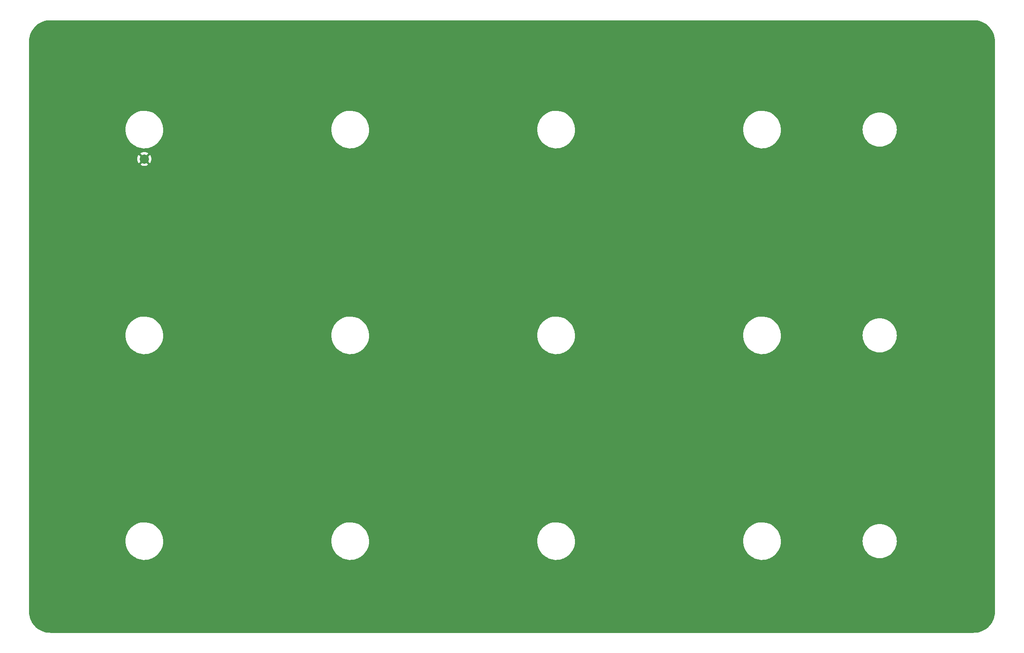
<source format=gbl>
G04 #@! TF.GenerationSoftware,KiCad,Pcbnew,6.0.5+dfsg-1~bpo11+1*
G04 #@! TF.CreationDate,2022-08-10T11:56:57+00:00*
G04 #@! TF.ProjectId,ADSR_pcb_panel,41445352-5f70-4636-925f-70616e656c2e,0*
G04 #@! TF.SameCoordinates,Original*
G04 #@! TF.FileFunction,Copper,L2,Bot*
G04 #@! TF.FilePolarity,Positive*
%FSLAX46Y46*%
G04 Gerber Fmt 4.6, Leading zero omitted, Abs format (unit mm)*
G04 Created by KiCad (PCBNEW 6.0.5+dfsg-1~bpo11+1) date 2022-08-10 11:56:57*
%MOMM*%
%LPD*%
G01*
G04 APERTURE LIST*
G04 #@! TA.AperFunction,ComponentPad*
%ADD10C,2.000000*%
G04 #@! TD*
G04 APERTURE END LIST*
D10*
X62230000Y-57785000D03*
G04 #@! TA.AperFunction,Conductor*
G36*
X241270020Y-27814998D02*
G01*
X241284853Y-27817308D01*
X241284857Y-27817308D01*
X241293726Y-27818689D01*
X241314185Y-27816014D01*
X241336010Y-27815070D01*
X241692939Y-27830654D01*
X241703887Y-27831612D01*
X242088391Y-27882233D01*
X242099200Y-27884140D01*
X242477821Y-27968077D01*
X242488438Y-27970922D01*
X242858303Y-28087541D01*
X242868618Y-28091294D01*
X243226934Y-28239713D01*
X243236878Y-28244351D01*
X243580869Y-28423421D01*
X243590389Y-28428917D01*
X243917461Y-28637286D01*
X243926465Y-28643590D01*
X244234146Y-28879681D01*
X244242563Y-28886745D01*
X244472700Y-29097626D01*
X244528484Y-29148743D01*
X244536257Y-29156516D01*
X244798253Y-29442434D01*
X244805319Y-29450854D01*
X245041410Y-29758535D01*
X245047714Y-29767539D01*
X245256083Y-30094611D01*
X245261579Y-30104131D01*
X245440645Y-30448113D01*
X245445287Y-30458066D01*
X245593703Y-30816375D01*
X245597462Y-30826704D01*
X245714078Y-31196561D01*
X245716923Y-31207179D01*
X245800859Y-31585792D01*
X245802767Y-31596609D01*
X245853388Y-31981112D01*
X245854346Y-31992062D01*
X245869605Y-32341550D01*
X245868225Y-32366427D01*
X245866311Y-32378722D01*
X245867475Y-32387624D01*
X245867475Y-32387626D01*
X245870438Y-32410281D01*
X245871502Y-32426619D01*
X245871502Y-155525635D01*
X245870002Y-155545020D01*
X245867692Y-155559853D01*
X245867692Y-155559857D01*
X245866311Y-155568726D01*
X245868986Y-155589185D01*
X245869930Y-155611014D01*
X245854346Y-155967938D01*
X245853388Y-155978887D01*
X245848791Y-156013809D01*
X245802768Y-156363383D01*
X245800859Y-156374208D01*
X245716923Y-156752821D01*
X245714078Y-156763439D01*
X245597462Y-157133296D01*
X245593706Y-157143618D01*
X245527574Y-157303276D01*
X245445291Y-157501925D01*
X245440645Y-157511887D01*
X245261579Y-157855869D01*
X245256083Y-157865389D01*
X245047714Y-158192461D01*
X245041410Y-158201465D01*
X244805319Y-158509146D01*
X244798253Y-158517566D01*
X244536257Y-158803484D01*
X244528488Y-158811253D01*
X244242566Y-159073253D01*
X244234146Y-159080319D01*
X243926465Y-159316410D01*
X243917461Y-159322714D01*
X243590389Y-159531083D01*
X243580870Y-159536578D01*
X243236878Y-159715649D01*
X243226934Y-159720287D01*
X242868618Y-159868706D01*
X242858303Y-159872459D01*
X242488439Y-159989078D01*
X242477822Y-159991923D01*
X242099200Y-160075860D01*
X242088391Y-160077767D01*
X241703888Y-160128388D01*
X241692939Y-160129346D01*
X241343448Y-160144605D01*
X241318573Y-160143225D01*
X241306278Y-160141311D01*
X241297376Y-160142475D01*
X241297374Y-160142475D01*
X241282325Y-160144443D01*
X241274716Y-160145438D01*
X241258381Y-160146502D01*
X41959365Y-160146502D01*
X41939980Y-160145002D01*
X41925147Y-160142692D01*
X41925143Y-160142692D01*
X41916274Y-160141311D01*
X41895815Y-160143986D01*
X41873990Y-160144930D01*
X41517061Y-160129346D01*
X41506112Y-160128388D01*
X41121609Y-160077767D01*
X41110800Y-160075860D01*
X40732178Y-159991923D01*
X40721561Y-159989078D01*
X40351697Y-159872459D01*
X40341382Y-159868706D01*
X39983066Y-159720287D01*
X39973122Y-159715649D01*
X39629130Y-159536578D01*
X39619611Y-159531083D01*
X39292539Y-159322714D01*
X39283535Y-159316410D01*
X38975854Y-159080319D01*
X38967434Y-159073253D01*
X38681512Y-158811253D01*
X38673743Y-158803484D01*
X38411747Y-158517566D01*
X38404681Y-158509146D01*
X38168590Y-158201465D01*
X38162286Y-158192461D01*
X37953917Y-157865389D01*
X37948421Y-157855869D01*
X37769355Y-157511887D01*
X37764709Y-157501925D01*
X37682427Y-157303276D01*
X37616294Y-157143618D01*
X37612538Y-157133296D01*
X37495922Y-156763439D01*
X37493077Y-156752821D01*
X37409141Y-156374208D01*
X37407232Y-156363383D01*
X37361210Y-156013809D01*
X37356612Y-155978887D01*
X37355654Y-155967938D01*
X37340395Y-155618450D01*
X37341775Y-155593568D01*
X37342308Y-155590148D01*
X37343689Y-155581278D01*
X37339562Y-155549716D01*
X37338498Y-155533381D01*
X37338498Y-140278266D01*
X58167001Y-140278266D01*
X58167109Y-140281356D01*
X58167499Y-140292534D01*
X58179347Y-140631798D01*
X58180856Y-140675016D01*
X58181262Y-140678060D01*
X58181263Y-140678070D01*
X58187366Y-140723807D01*
X58233361Y-141068521D01*
X58234061Y-141071505D01*
X58234062Y-141071511D01*
X58286492Y-141295047D01*
X58324014Y-141455023D01*
X58451951Y-141830835D01*
X58615950Y-142192369D01*
X58814446Y-142536174D01*
X58816235Y-142538672D01*
X58816237Y-142538676D01*
X59013528Y-142814249D01*
X59045544Y-142858969D01*
X59047571Y-142861284D01*
X59047573Y-142861287D01*
X59212604Y-143049800D01*
X59307038Y-143157671D01*
X59309286Y-143159782D01*
X59594178Y-143427314D01*
X59594185Y-143427320D01*
X59596433Y-143429431D01*
X59598883Y-143431318D01*
X59598888Y-143431322D01*
X59908522Y-143669773D01*
X59910965Y-143671654D01*
X59913564Y-143673278D01*
X59913574Y-143673285D01*
X60094998Y-143786650D01*
X60247634Y-143882027D01*
X60603224Y-144058544D01*
X60974342Y-144199518D01*
X61357446Y-144303605D01*
X61360489Y-144304120D01*
X61360495Y-144304121D01*
X61745837Y-144369297D01*
X61745844Y-144369298D01*
X61748878Y-144369811D01*
X61751949Y-144370026D01*
X61751951Y-144370026D01*
X62141837Y-144397290D01*
X62141845Y-144397290D01*
X62144903Y-144397504D01*
X62401170Y-144390346D01*
X62538666Y-144386505D01*
X62538669Y-144386505D01*
X62541740Y-144386419D01*
X62544793Y-144386033D01*
X62544797Y-144386033D01*
X62733315Y-144362218D01*
X62935601Y-144336663D01*
X62938605Y-144335981D01*
X62938608Y-144335980D01*
X63319731Y-144249391D01*
X63319737Y-144249389D01*
X63322727Y-144248710D01*
X63470604Y-144199518D01*
X63696499Y-144124373D01*
X63696505Y-144124371D01*
X63699423Y-144123400D01*
X63842633Y-144059639D01*
X64059294Y-143963176D01*
X64059300Y-143963173D01*
X64062094Y-143961929D01*
X64094593Y-143943467D01*
X64404603Y-143767357D01*
X64404611Y-143767352D01*
X64407276Y-143765838D01*
X64731676Y-143536999D01*
X64740501Y-143529382D01*
X65029859Y-143279614D01*
X65032197Y-143277596D01*
X65034318Y-143275369D01*
X65034324Y-143275363D01*
X65303853Y-142992329D01*
X65305970Y-142990106D01*
X65308481Y-142986893D01*
X65548472Y-142679717D01*
X65548474Y-142679714D01*
X65550382Y-142677272D01*
X65552038Y-142674662D01*
X65552044Y-142674654D01*
X65761447Y-142344688D01*
X65761451Y-142344681D01*
X65763101Y-142342081D01*
X65789390Y-142290039D01*
X65865235Y-142139890D01*
X65942096Y-141987732D01*
X65943203Y-141984878D01*
X65943207Y-141984869D01*
X66084543Y-141620483D01*
X66084546Y-141620474D01*
X66085658Y-141617607D01*
X66175718Y-141295047D01*
X66191589Y-141238205D01*
X66191590Y-141238203D01*
X66192417Y-141235239D01*
X66261354Y-140844278D01*
X66291811Y-140448457D01*
X66293395Y-140335000D01*
X66292030Y-140307077D01*
X66290621Y-140278266D01*
X102617001Y-140278266D01*
X102617109Y-140281356D01*
X102617499Y-140292534D01*
X102629347Y-140631798D01*
X102630856Y-140675016D01*
X102631262Y-140678060D01*
X102631263Y-140678070D01*
X102637366Y-140723807D01*
X102683361Y-141068521D01*
X102684061Y-141071505D01*
X102684062Y-141071511D01*
X102736492Y-141295047D01*
X102774014Y-141455023D01*
X102901951Y-141830835D01*
X103065950Y-142192369D01*
X103264446Y-142536174D01*
X103266235Y-142538672D01*
X103266237Y-142538676D01*
X103463528Y-142814249D01*
X103495544Y-142858969D01*
X103497571Y-142861284D01*
X103497573Y-142861287D01*
X103662604Y-143049800D01*
X103757038Y-143157671D01*
X103759286Y-143159782D01*
X104044178Y-143427314D01*
X104044185Y-143427320D01*
X104046433Y-143429431D01*
X104048883Y-143431318D01*
X104048888Y-143431322D01*
X104358522Y-143669773D01*
X104360965Y-143671654D01*
X104363564Y-143673278D01*
X104363574Y-143673285D01*
X104544998Y-143786650D01*
X104697634Y-143882027D01*
X105053224Y-144058544D01*
X105424342Y-144199518D01*
X105807446Y-144303605D01*
X105810489Y-144304120D01*
X105810495Y-144304121D01*
X106195837Y-144369297D01*
X106195844Y-144369298D01*
X106198878Y-144369811D01*
X106201949Y-144370026D01*
X106201951Y-144370026D01*
X106591837Y-144397290D01*
X106591845Y-144397290D01*
X106594903Y-144397504D01*
X106851170Y-144390346D01*
X106988666Y-144386505D01*
X106988669Y-144386505D01*
X106991740Y-144386419D01*
X106994793Y-144386033D01*
X106994797Y-144386033D01*
X107183315Y-144362218D01*
X107385601Y-144336663D01*
X107388605Y-144335981D01*
X107388608Y-144335980D01*
X107769731Y-144249391D01*
X107769737Y-144249389D01*
X107772727Y-144248710D01*
X107920604Y-144199518D01*
X108146499Y-144124373D01*
X108146505Y-144124371D01*
X108149423Y-144123400D01*
X108292633Y-144059639D01*
X108509294Y-143963176D01*
X108509300Y-143963173D01*
X108512094Y-143961929D01*
X108544593Y-143943467D01*
X108854603Y-143767357D01*
X108854611Y-143767352D01*
X108857276Y-143765838D01*
X109181676Y-143536999D01*
X109190501Y-143529382D01*
X109479859Y-143279614D01*
X109482197Y-143277596D01*
X109484318Y-143275369D01*
X109484324Y-143275363D01*
X109753853Y-142992329D01*
X109755970Y-142990106D01*
X109758481Y-142986893D01*
X109998472Y-142679717D01*
X109998474Y-142679714D01*
X110000382Y-142677272D01*
X110002038Y-142674662D01*
X110002044Y-142674654D01*
X110211447Y-142344688D01*
X110211451Y-142344681D01*
X110213101Y-142342081D01*
X110239390Y-142290039D01*
X110315235Y-142139890D01*
X110392096Y-141987732D01*
X110393203Y-141984878D01*
X110393207Y-141984869D01*
X110534543Y-141620483D01*
X110534546Y-141620474D01*
X110535658Y-141617607D01*
X110625718Y-141295047D01*
X110641589Y-141238205D01*
X110641590Y-141238203D01*
X110642417Y-141235239D01*
X110711354Y-140844278D01*
X110741811Y-140448457D01*
X110743395Y-140335000D01*
X110742030Y-140307077D01*
X110740621Y-140278266D01*
X147067001Y-140278266D01*
X147067109Y-140281356D01*
X147067499Y-140292534D01*
X147079347Y-140631798D01*
X147080856Y-140675016D01*
X147081262Y-140678060D01*
X147081263Y-140678070D01*
X147087366Y-140723807D01*
X147133361Y-141068521D01*
X147134061Y-141071505D01*
X147134062Y-141071511D01*
X147186492Y-141295047D01*
X147224014Y-141455023D01*
X147351951Y-141830835D01*
X147515950Y-142192369D01*
X147714446Y-142536174D01*
X147716235Y-142538672D01*
X147716237Y-142538676D01*
X147913528Y-142814249D01*
X147945544Y-142858969D01*
X147947571Y-142861284D01*
X147947573Y-142861287D01*
X148112604Y-143049800D01*
X148207038Y-143157671D01*
X148209286Y-143159782D01*
X148494178Y-143427314D01*
X148494185Y-143427320D01*
X148496433Y-143429431D01*
X148498883Y-143431318D01*
X148498888Y-143431322D01*
X148808522Y-143669773D01*
X148810965Y-143671654D01*
X148813564Y-143673278D01*
X148813574Y-143673285D01*
X148994998Y-143786650D01*
X149147634Y-143882027D01*
X149503224Y-144058544D01*
X149874342Y-144199518D01*
X150257446Y-144303605D01*
X150260489Y-144304120D01*
X150260495Y-144304121D01*
X150645837Y-144369297D01*
X150645844Y-144369298D01*
X150648878Y-144369811D01*
X150651949Y-144370026D01*
X150651951Y-144370026D01*
X151041837Y-144397290D01*
X151041845Y-144397290D01*
X151044903Y-144397504D01*
X151301170Y-144390346D01*
X151438666Y-144386505D01*
X151438669Y-144386505D01*
X151441740Y-144386419D01*
X151444793Y-144386033D01*
X151444797Y-144386033D01*
X151633315Y-144362218D01*
X151835601Y-144336663D01*
X151838605Y-144335981D01*
X151838608Y-144335980D01*
X152219731Y-144249391D01*
X152219737Y-144249389D01*
X152222727Y-144248710D01*
X152370604Y-144199518D01*
X152596499Y-144124373D01*
X152596505Y-144124371D01*
X152599423Y-144123400D01*
X152742633Y-144059639D01*
X152959294Y-143963176D01*
X152959300Y-143963173D01*
X152962094Y-143961929D01*
X152994593Y-143943467D01*
X153304603Y-143767357D01*
X153304611Y-143767352D01*
X153307276Y-143765838D01*
X153631676Y-143536999D01*
X153640501Y-143529382D01*
X153929859Y-143279614D01*
X153932197Y-143277596D01*
X153934318Y-143275369D01*
X153934324Y-143275363D01*
X154203853Y-142992329D01*
X154205970Y-142990106D01*
X154208481Y-142986893D01*
X154448472Y-142679717D01*
X154448474Y-142679714D01*
X154450382Y-142677272D01*
X154452038Y-142674662D01*
X154452044Y-142674654D01*
X154661447Y-142344688D01*
X154661451Y-142344681D01*
X154663101Y-142342081D01*
X154689390Y-142290039D01*
X154765235Y-142139890D01*
X154842096Y-141987732D01*
X154843203Y-141984878D01*
X154843207Y-141984869D01*
X154984543Y-141620483D01*
X154984546Y-141620474D01*
X154985658Y-141617607D01*
X155075718Y-141295047D01*
X155091589Y-141238205D01*
X155091590Y-141238203D01*
X155092417Y-141235239D01*
X155161354Y-140844278D01*
X155191811Y-140448457D01*
X155193395Y-140335000D01*
X155192030Y-140307077D01*
X155190621Y-140278266D01*
X191517001Y-140278266D01*
X191517109Y-140281356D01*
X191517499Y-140292534D01*
X191529347Y-140631798D01*
X191530856Y-140675016D01*
X191531262Y-140678060D01*
X191531263Y-140678070D01*
X191537366Y-140723807D01*
X191583361Y-141068521D01*
X191584061Y-141071505D01*
X191584062Y-141071511D01*
X191636492Y-141295047D01*
X191674014Y-141455023D01*
X191801951Y-141830835D01*
X191965950Y-142192369D01*
X192164446Y-142536174D01*
X192166235Y-142538672D01*
X192166237Y-142538676D01*
X192363528Y-142814249D01*
X192395544Y-142858969D01*
X192397571Y-142861284D01*
X192397573Y-142861287D01*
X192562604Y-143049800D01*
X192657038Y-143157671D01*
X192659286Y-143159782D01*
X192944178Y-143427314D01*
X192944185Y-143427320D01*
X192946433Y-143429431D01*
X192948883Y-143431318D01*
X192948888Y-143431322D01*
X193258522Y-143669773D01*
X193260965Y-143671654D01*
X193263564Y-143673278D01*
X193263574Y-143673285D01*
X193444998Y-143786650D01*
X193597634Y-143882027D01*
X193953224Y-144058544D01*
X194324342Y-144199518D01*
X194707446Y-144303605D01*
X194710489Y-144304120D01*
X194710495Y-144304121D01*
X195095837Y-144369297D01*
X195095844Y-144369298D01*
X195098878Y-144369811D01*
X195101949Y-144370026D01*
X195101951Y-144370026D01*
X195491837Y-144397290D01*
X195491845Y-144397290D01*
X195494903Y-144397504D01*
X195751170Y-144390346D01*
X195888666Y-144386505D01*
X195888669Y-144386505D01*
X195891740Y-144386419D01*
X195894793Y-144386033D01*
X195894797Y-144386033D01*
X196083315Y-144362218D01*
X196285601Y-144336663D01*
X196288605Y-144335981D01*
X196288608Y-144335980D01*
X196669731Y-144249391D01*
X196669737Y-144249389D01*
X196672727Y-144248710D01*
X196820604Y-144199518D01*
X197046499Y-144124373D01*
X197046505Y-144124371D01*
X197049423Y-144123400D01*
X197192633Y-144059639D01*
X197409294Y-143963176D01*
X197409300Y-143963173D01*
X197412094Y-143961929D01*
X197444593Y-143943467D01*
X197754603Y-143767357D01*
X197754611Y-143767352D01*
X197757276Y-143765838D01*
X198081676Y-143536999D01*
X198090501Y-143529382D01*
X198379859Y-143279614D01*
X198382197Y-143277596D01*
X198384318Y-143275369D01*
X198384324Y-143275363D01*
X198653853Y-142992329D01*
X198655970Y-142990106D01*
X198658481Y-142986893D01*
X198898472Y-142679717D01*
X198898474Y-142679714D01*
X198900382Y-142677272D01*
X198902038Y-142674662D01*
X198902044Y-142674654D01*
X199111447Y-142344688D01*
X199111451Y-142344681D01*
X199113101Y-142342081D01*
X199139390Y-142290039D01*
X199215235Y-142139890D01*
X199292096Y-141987732D01*
X199293203Y-141984878D01*
X199293207Y-141984869D01*
X199434543Y-141620483D01*
X199434546Y-141620474D01*
X199435658Y-141617607D01*
X199525718Y-141295047D01*
X199541589Y-141238205D01*
X199541590Y-141238203D01*
X199542417Y-141235239D01*
X199611354Y-140844278D01*
X199641811Y-140448457D01*
X199643395Y-140335000D01*
X217291445Y-140335000D01*
X217311651Y-140720559D01*
X217312164Y-140723799D01*
X217312165Y-140723807D01*
X217330762Y-140841222D01*
X217372049Y-141101894D01*
X217471976Y-141474826D01*
X217610337Y-141835270D01*
X217611835Y-141838210D01*
X217688021Y-141987732D01*
X217785618Y-142179277D01*
X217787414Y-142182043D01*
X217787416Y-142182046D01*
X217891344Y-142342081D01*
X217995896Y-142503078D01*
X218238869Y-142803125D01*
X218511875Y-143076131D01*
X218811922Y-143319104D01*
X219135722Y-143529382D01*
X219138656Y-143530877D01*
X219138663Y-143530881D01*
X219414946Y-143671654D01*
X219479730Y-143704663D01*
X219840174Y-143843024D01*
X220213106Y-143942951D01*
X220415643Y-143975030D01*
X220591193Y-144002835D01*
X220591201Y-144002836D01*
X220594441Y-144003349D01*
X220980000Y-144023555D01*
X221365559Y-144003349D01*
X221368799Y-144002836D01*
X221368807Y-144002835D01*
X221544357Y-143975030D01*
X221746894Y-143942951D01*
X222119826Y-143843024D01*
X222480270Y-143704663D01*
X222545054Y-143671654D01*
X222821337Y-143530881D01*
X222821344Y-143530877D01*
X222824278Y-143529382D01*
X223148078Y-143319104D01*
X223448125Y-143076131D01*
X223721131Y-142803125D01*
X223964104Y-142503078D01*
X224068656Y-142342081D01*
X224172584Y-142182046D01*
X224172586Y-142182043D01*
X224174382Y-142179277D01*
X224271980Y-141987732D01*
X224348165Y-141838210D01*
X224349663Y-141835270D01*
X224488024Y-141474826D01*
X224587951Y-141101894D01*
X224629238Y-140841222D01*
X224647835Y-140723807D01*
X224647836Y-140723799D01*
X224648349Y-140720559D01*
X224668555Y-140335000D01*
X224648349Y-139949441D01*
X224647100Y-139941552D01*
X224588467Y-139571367D01*
X224587951Y-139568106D01*
X224488024Y-139195174D01*
X224475886Y-139163552D01*
X224350847Y-138837815D01*
X224349663Y-138834730D01*
X224297058Y-138731487D01*
X224175881Y-138493664D01*
X224175877Y-138493657D01*
X224174382Y-138490723D01*
X224123703Y-138412683D01*
X223965906Y-138169697D01*
X223964104Y-138166922D01*
X223721131Y-137866875D01*
X223448125Y-137593869D01*
X223148078Y-137350896D01*
X222919194Y-137202257D01*
X222827047Y-137142416D01*
X222827044Y-137142414D01*
X222824278Y-137140618D01*
X222821344Y-137139123D01*
X222821337Y-137139119D01*
X222483210Y-136966835D01*
X222480270Y-136965337D01*
X222119826Y-136826976D01*
X221746894Y-136727049D01*
X221544357Y-136694970D01*
X221368807Y-136667165D01*
X221368799Y-136667164D01*
X221365559Y-136666651D01*
X220980000Y-136646445D01*
X220594441Y-136666651D01*
X220591201Y-136667164D01*
X220591193Y-136667165D01*
X220415643Y-136694970D01*
X220213106Y-136727049D01*
X219840174Y-136826976D01*
X219479730Y-136965337D01*
X219476790Y-136966835D01*
X219138664Y-137139119D01*
X219138657Y-137139123D01*
X219135723Y-137140618D01*
X219132957Y-137142414D01*
X219132954Y-137142416D01*
X218919166Y-137281251D01*
X218811922Y-137350896D01*
X218511875Y-137593869D01*
X218238869Y-137866875D01*
X217995896Y-138166922D01*
X217994094Y-138169697D01*
X217836298Y-138412683D01*
X217785618Y-138490723D01*
X217784123Y-138493657D01*
X217784119Y-138493664D01*
X217662942Y-138731487D01*
X217610337Y-138834730D01*
X217609153Y-138837815D01*
X217484115Y-139163552D01*
X217471976Y-139195174D01*
X217372049Y-139568106D01*
X217371533Y-139571367D01*
X217312901Y-139941552D01*
X217311651Y-139949441D01*
X217292908Y-140307077D01*
X217291445Y-140335000D01*
X199643395Y-140335000D01*
X199642030Y-140307077D01*
X199626813Y-139995967D01*
X199624002Y-139938482D01*
X199584632Y-139671868D01*
X199566458Y-139548795D01*
X199566457Y-139548791D01*
X199566008Y-139545749D01*
X199469967Y-139160550D01*
X199451728Y-139109327D01*
X199405140Y-138978494D01*
X199336796Y-138786561D01*
X199167765Y-138427352D01*
X199138015Y-138377445D01*
X199027380Y-138191855D01*
X198964488Y-138086352D01*
X198728906Y-137766815D01*
X198463266Y-137471793D01*
X198170105Y-137204100D01*
X197852222Y-136966293D01*
X197803370Y-136936707D01*
X197515277Y-136762231D01*
X197515268Y-136762226D01*
X197512649Y-136760640D01*
X197154629Y-136589106D01*
X197095229Y-136567486D01*
X196784475Y-136454381D01*
X196784474Y-136454381D01*
X196781579Y-136453327D01*
X196574688Y-136400206D01*
X196400043Y-136355365D01*
X196400040Y-136355364D01*
X196397059Y-136354599D01*
X196004740Y-136293865D01*
X196001683Y-136293694D01*
X196001682Y-136293694D01*
X195972924Y-136292086D01*
X195608368Y-136271704D01*
X195605290Y-136271833D01*
X195605286Y-136271833D01*
X195346983Y-136282659D01*
X195211724Y-136288328D01*
X195208680Y-136288756D01*
X195208678Y-136288756D01*
X195168989Y-136294334D01*
X194818596Y-136343579D01*
X194432735Y-136436928D01*
X194057825Y-136567486D01*
X194011035Y-136589106D01*
X193700242Y-136732712D01*
X193700232Y-136732717D01*
X193697445Y-136734005D01*
X193355034Y-136934896D01*
X193314018Y-136964696D01*
X193036342Y-137166439D01*
X193036336Y-137166444D01*
X193033861Y-137168242D01*
X193031575Y-137170271D01*
X193031572Y-137170274D01*
X192991134Y-137206177D01*
X192736991Y-137431815D01*
X192734901Y-137434072D01*
X192734899Y-137434074D01*
X192469354Y-137720837D01*
X192469349Y-137720843D01*
X192467259Y-137723100D01*
X192465399Y-137725550D01*
X192465396Y-137725554D01*
X192432202Y-137769286D01*
X192227238Y-138039316D01*
X192225627Y-138041934D01*
X192225624Y-138041939D01*
X192020834Y-138374821D01*
X192019220Y-138377445D01*
X191845190Y-138734258D01*
X191844119Y-138737139D01*
X191844116Y-138737145D01*
X191758146Y-138968313D01*
X191706810Y-139106352D01*
X191605400Y-139490173D01*
X191541928Y-139882058D01*
X191541734Y-139885138D01*
X191541734Y-139885140D01*
X191534762Y-139995967D01*
X191517001Y-140278266D01*
X155190621Y-140278266D01*
X155176813Y-139995967D01*
X155174002Y-139938482D01*
X155134632Y-139671868D01*
X155116458Y-139548795D01*
X155116457Y-139548791D01*
X155116008Y-139545749D01*
X155019967Y-139160550D01*
X155001728Y-139109327D01*
X154955140Y-138978494D01*
X154886796Y-138786561D01*
X154717765Y-138427352D01*
X154688015Y-138377445D01*
X154577380Y-138191855D01*
X154514488Y-138086352D01*
X154278906Y-137766815D01*
X154013266Y-137471793D01*
X153720105Y-137204100D01*
X153402222Y-136966293D01*
X153353370Y-136936707D01*
X153065277Y-136762231D01*
X153065268Y-136762226D01*
X153062649Y-136760640D01*
X152704629Y-136589106D01*
X152645229Y-136567486D01*
X152334475Y-136454381D01*
X152334474Y-136454381D01*
X152331579Y-136453327D01*
X152124688Y-136400206D01*
X151950043Y-136355365D01*
X151950040Y-136355364D01*
X151947059Y-136354599D01*
X151554740Y-136293865D01*
X151551683Y-136293694D01*
X151551682Y-136293694D01*
X151522924Y-136292086D01*
X151158368Y-136271704D01*
X151155290Y-136271833D01*
X151155286Y-136271833D01*
X150896983Y-136282659D01*
X150761724Y-136288328D01*
X150758680Y-136288756D01*
X150758678Y-136288756D01*
X150718989Y-136294334D01*
X150368596Y-136343579D01*
X149982735Y-136436928D01*
X149607825Y-136567486D01*
X149561035Y-136589106D01*
X149250242Y-136732712D01*
X149250232Y-136732717D01*
X149247445Y-136734005D01*
X148905034Y-136934896D01*
X148864018Y-136964696D01*
X148586342Y-137166439D01*
X148586336Y-137166444D01*
X148583861Y-137168242D01*
X148581575Y-137170271D01*
X148581572Y-137170274D01*
X148541134Y-137206177D01*
X148286991Y-137431815D01*
X148284901Y-137434072D01*
X148284899Y-137434074D01*
X148019354Y-137720837D01*
X148019349Y-137720843D01*
X148017259Y-137723100D01*
X148015399Y-137725550D01*
X148015396Y-137725554D01*
X147982202Y-137769286D01*
X147777238Y-138039316D01*
X147775627Y-138041934D01*
X147775624Y-138041939D01*
X147570834Y-138374821D01*
X147569220Y-138377445D01*
X147395190Y-138734258D01*
X147394119Y-138737139D01*
X147394116Y-138737145D01*
X147308146Y-138968313D01*
X147256810Y-139106352D01*
X147155400Y-139490173D01*
X147091928Y-139882058D01*
X147091734Y-139885138D01*
X147091734Y-139885140D01*
X147084762Y-139995967D01*
X147067001Y-140278266D01*
X110740621Y-140278266D01*
X110726813Y-139995967D01*
X110724002Y-139938482D01*
X110684632Y-139671868D01*
X110666458Y-139548795D01*
X110666457Y-139548791D01*
X110666008Y-139545749D01*
X110569967Y-139160550D01*
X110551728Y-139109327D01*
X110505140Y-138978494D01*
X110436796Y-138786561D01*
X110267765Y-138427352D01*
X110238015Y-138377445D01*
X110127380Y-138191855D01*
X110064488Y-138086352D01*
X109828906Y-137766815D01*
X109563266Y-137471793D01*
X109270105Y-137204100D01*
X108952222Y-136966293D01*
X108903370Y-136936707D01*
X108615277Y-136762231D01*
X108615268Y-136762226D01*
X108612649Y-136760640D01*
X108254629Y-136589106D01*
X108195229Y-136567486D01*
X107884475Y-136454381D01*
X107884474Y-136454381D01*
X107881579Y-136453327D01*
X107674688Y-136400206D01*
X107500043Y-136355365D01*
X107500040Y-136355364D01*
X107497059Y-136354599D01*
X107104740Y-136293865D01*
X107101683Y-136293694D01*
X107101682Y-136293694D01*
X107072924Y-136292086D01*
X106708368Y-136271704D01*
X106705290Y-136271833D01*
X106705286Y-136271833D01*
X106446983Y-136282659D01*
X106311724Y-136288328D01*
X106308680Y-136288756D01*
X106308678Y-136288756D01*
X106268989Y-136294334D01*
X105918596Y-136343579D01*
X105532735Y-136436928D01*
X105157825Y-136567486D01*
X105111035Y-136589106D01*
X104800242Y-136732712D01*
X104800232Y-136732717D01*
X104797445Y-136734005D01*
X104455034Y-136934896D01*
X104414018Y-136964696D01*
X104136342Y-137166439D01*
X104136336Y-137166444D01*
X104133861Y-137168242D01*
X104131575Y-137170271D01*
X104131572Y-137170274D01*
X104091134Y-137206177D01*
X103836991Y-137431815D01*
X103834901Y-137434072D01*
X103834899Y-137434074D01*
X103569354Y-137720837D01*
X103569349Y-137720843D01*
X103567259Y-137723100D01*
X103565399Y-137725550D01*
X103565396Y-137725554D01*
X103532202Y-137769286D01*
X103327238Y-138039316D01*
X103325627Y-138041934D01*
X103325624Y-138041939D01*
X103120834Y-138374821D01*
X103119220Y-138377445D01*
X102945190Y-138734258D01*
X102944119Y-138737139D01*
X102944116Y-138737145D01*
X102858146Y-138968313D01*
X102806810Y-139106352D01*
X102705400Y-139490173D01*
X102641928Y-139882058D01*
X102641734Y-139885138D01*
X102641734Y-139885140D01*
X102634762Y-139995967D01*
X102617001Y-140278266D01*
X66290621Y-140278266D01*
X66276813Y-139995967D01*
X66274002Y-139938482D01*
X66234632Y-139671868D01*
X66216458Y-139548795D01*
X66216457Y-139548791D01*
X66216008Y-139545749D01*
X66119967Y-139160550D01*
X66101728Y-139109327D01*
X66055140Y-138978494D01*
X65986796Y-138786561D01*
X65817765Y-138427352D01*
X65788015Y-138377445D01*
X65677380Y-138191855D01*
X65614488Y-138086352D01*
X65378906Y-137766815D01*
X65113266Y-137471793D01*
X64820105Y-137204100D01*
X64502222Y-136966293D01*
X64453370Y-136936707D01*
X64165277Y-136762231D01*
X64165268Y-136762226D01*
X64162649Y-136760640D01*
X63804629Y-136589106D01*
X63745229Y-136567486D01*
X63434475Y-136454381D01*
X63434474Y-136454381D01*
X63431579Y-136453327D01*
X63224688Y-136400206D01*
X63050043Y-136355365D01*
X63050040Y-136355364D01*
X63047059Y-136354599D01*
X62654740Y-136293865D01*
X62651683Y-136293694D01*
X62651682Y-136293694D01*
X62622924Y-136292086D01*
X62258368Y-136271704D01*
X62255290Y-136271833D01*
X62255286Y-136271833D01*
X61996983Y-136282659D01*
X61861724Y-136288328D01*
X61858680Y-136288756D01*
X61858678Y-136288756D01*
X61818989Y-136294334D01*
X61468596Y-136343579D01*
X61082735Y-136436928D01*
X60707825Y-136567486D01*
X60661035Y-136589106D01*
X60350242Y-136732712D01*
X60350232Y-136732717D01*
X60347445Y-136734005D01*
X60005034Y-136934896D01*
X59964018Y-136964696D01*
X59686342Y-137166439D01*
X59686336Y-137166444D01*
X59683861Y-137168242D01*
X59681575Y-137170271D01*
X59681572Y-137170274D01*
X59641134Y-137206177D01*
X59386991Y-137431815D01*
X59384901Y-137434072D01*
X59384899Y-137434074D01*
X59119354Y-137720837D01*
X59119349Y-137720843D01*
X59117259Y-137723100D01*
X59115399Y-137725550D01*
X59115396Y-137725554D01*
X59082202Y-137769286D01*
X58877238Y-138039316D01*
X58875627Y-138041934D01*
X58875624Y-138041939D01*
X58670834Y-138374821D01*
X58669220Y-138377445D01*
X58495190Y-138734258D01*
X58494119Y-138737139D01*
X58494116Y-138737145D01*
X58408146Y-138968313D01*
X58356810Y-139106352D01*
X58255400Y-139490173D01*
X58191928Y-139882058D01*
X58191734Y-139885138D01*
X58191734Y-139885140D01*
X58184762Y-139995967D01*
X58167001Y-140278266D01*
X37338498Y-140278266D01*
X37338498Y-95828266D01*
X58167001Y-95828266D01*
X58167109Y-95831356D01*
X58167499Y-95842534D01*
X58179347Y-96181798D01*
X58180856Y-96225016D01*
X58181262Y-96228060D01*
X58181263Y-96228070D01*
X58187366Y-96273807D01*
X58233361Y-96618521D01*
X58234061Y-96621505D01*
X58234062Y-96621511D01*
X58286492Y-96845047D01*
X58324014Y-97005023D01*
X58451951Y-97380835D01*
X58615950Y-97742369D01*
X58814446Y-98086174D01*
X58816235Y-98088672D01*
X58816237Y-98088676D01*
X59013528Y-98364249D01*
X59045544Y-98408969D01*
X59047571Y-98411284D01*
X59047573Y-98411287D01*
X59212604Y-98599800D01*
X59307038Y-98707671D01*
X59309286Y-98709782D01*
X59594178Y-98977314D01*
X59594185Y-98977320D01*
X59596433Y-98979431D01*
X59598883Y-98981318D01*
X59598888Y-98981322D01*
X59908522Y-99219773D01*
X59910965Y-99221654D01*
X59913564Y-99223278D01*
X59913574Y-99223285D01*
X60094998Y-99336650D01*
X60247634Y-99432027D01*
X60603224Y-99608544D01*
X60974342Y-99749518D01*
X61357446Y-99853605D01*
X61360489Y-99854120D01*
X61360495Y-99854121D01*
X61745837Y-99919297D01*
X61745844Y-99919298D01*
X61748878Y-99919811D01*
X61751949Y-99920026D01*
X61751951Y-99920026D01*
X62141837Y-99947290D01*
X62141845Y-99947290D01*
X62144903Y-99947504D01*
X62401170Y-99940346D01*
X62538666Y-99936505D01*
X62538669Y-99936505D01*
X62541740Y-99936419D01*
X62544793Y-99936033D01*
X62544797Y-99936033D01*
X62733315Y-99912218D01*
X62935601Y-99886663D01*
X62938605Y-99885981D01*
X62938608Y-99885980D01*
X63319731Y-99799391D01*
X63319737Y-99799389D01*
X63322727Y-99798710D01*
X63470604Y-99749518D01*
X63696499Y-99674373D01*
X63696505Y-99674371D01*
X63699423Y-99673400D01*
X63842633Y-99609639D01*
X64059294Y-99513176D01*
X64059300Y-99513173D01*
X64062094Y-99511929D01*
X64094593Y-99493467D01*
X64404603Y-99317357D01*
X64404611Y-99317352D01*
X64407276Y-99315838D01*
X64731676Y-99086999D01*
X64740501Y-99079382D01*
X65029859Y-98829614D01*
X65032197Y-98827596D01*
X65034318Y-98825369D01*
X65034324Y-98825363D01*
X65303853Y-98542329D01*
X65305970Y-98540106D01*
X65308481Y-98536893D01*
X65548472Y-98229717D01*
X65548474Y-98229714D01*
X65550382Y-98227272D01*
X65552038Y-98224662D01*
X65552044Y-98224654D01*
X65761447Y-97894688D01*
X65761451Y-97894681D01*
X65763101Y-97892081D01*
X65789390Y-97840039D01*
X65865235Y-97689890D01*
X65942096Y-97537732D01*
X65943203Y-97534878D01*
X65943207Y-97534869D01*
X66084543Y-97170483D01*
X66084546Y-97170474D01*
X66085658Y-97167607D01*
X66175718Y-96845047D01*
X66191589Y-96788205D01*
X66191590Y-96788203D01*
X66192417Y-96785239D01*
X66261354Y-96394278D01*
X66291811Y-95998457D01*
X66293395Y-95885000D01*
X66292030Y-95857077D01*
X66290621Y-95828266D01*
X102617001Y-95828266D01*
X102617109Y-95831356D01*
X102617499Y-95842534D01*
X102629347Y-96181798D01*
X102630856Y-96225016D01*
X102631262Y-96228060D01*
X102631263Y-96228070D01*
X102637366Y-96273807D01*
X102683361Y-96618521D01*
X102684061Y-96621505D01*
X102684062Y-96621511D01*
X102736492Y-96845047D01*
X102774014Y-97005023D01*
X102901951Y-97380835D01*
X103065950Y-97742369D01*
X103264446Y-98086174D01*
X103266235Y-98088672D01*
X103266237Y-98088676D01*
X103463528Y-98364249D01*
X103495544Y-98408969D01*
X103497571Y-98411284D01*
X103497573Y-98411287D01*
X103662604Y-98599800D01*
X103757038Y-98707671D01*
X103759286Y-98709782D01*
X104044178Y-98977314D01*
X104044185Y-98977320D01*
X104046433Y-98979431D01*
X104048883Y-98981318D01*
X104048888Y-98981322D01*
X104358522Y-99219773D01*
X104360965Y-99221654D01*
X104363564Y-99223278D01*
X104363574Y-99223285D01*
X104544998Y-99336650D01*
X104697634Y-99432027D01*
X105053224Y-99608544D01*
X105424342Y-99749518D01*
X105807446Y-99853605D01*
X105810489Y-99854120D01*
X105810495Y-99854121D01*
X106195837Y-99919297D01*
X106195844Y-99919298D01*
X106198878Y-99919811D01*
X106201949Y-99920026D01*
X106201951Y-99920026D01*
X106591837Y-99947290D01*
X106591845Y-99947290D01*
X106594903Y-99947504D01*
X106851170Y-99940346D01*
X106988666Y-99936505D01*
X106988669Y-99936505D01*
X106991740Y-99936419D01*
X106994793Y-99936033D01*
X106994797Y-99936033D01*
X107183315Y-99912218D01*
X107385601Y-99886663D01*
X107388605Y-99885981D01*
X107388608Y-99885980D01*
X107769731Y-99799391D01*
X107769737Y-99799389D01*
X107772727Y-99798710D01*
X107920604Y-99749518D01*
X108146499Y-99674373D01*
X108146505Y-99674371D01*
X108149423Y-99673400D01*
X108292633Y-99609639D01*
X108509294Y-99513176D01*
X108509300Y-99513173D01*
X108512094Y-99511929D01*
X108544593Y-99493467D01*
X108854603Y-99317357D01*
X108854611Y-99317352D01*
X108857276Y-99315838D01*
X109181676Y-99086999D01*
X109190501Y-99079382D01*
X109479859Y-98829614D01*
X109482197Y-98827596D01*
X109484318Y-98825369D01*
X109484324Y-98825363D01*
X109753853Y-98542329D01*
X109755970Y-98540106D01*
X109758481Y-98536893D01*
X109998472Y-98229717D01*
X109998474Y-98229714D01*
X110000382Y-98227272D01*
X110002038Y-98224662D01*
X110002044Y-98224654D01*
X110211447Y-97894688D01*
X110211451Y-97894681D01*
X110213101Y-97892081D01*
X110239390Y-97840039D01*
X110315235Y-97689890D01*
X110392096Y-97537732D01*
X110393203Y-97534878D01*
X110393207Y-97534869D01*
X110534543Y-97170483D01*
X110534546Y-97170474D01*
X110535658Y-97167607D01*
X110625718Y-96845047D01*
X110641589Y-96788205D01*
X110641590Y-96788203D01*
X110642417Y-96785239D01*
X110711354Y-96394278D01*
X110741811Y-95998457D01*
X110743395Y-95885000D01*
X110742030Y-95857077D01*
X110740621Y-95828266D01*
X147067001Y-95828266D01*
X147067109Y-95831356D01*
X147067499Y-95842534D01*
X147079347Y-96181798D01*
X147080856Y-96225016D01*
X147081262Y-96228060D01*
X147081263Y-96228070D01*
X147087366Y-96273807D01*
X147133361Y-96618521D01*
X147134061Y-96621505D01*
X147134062Y-96621511D01*
X147186492Y-96845047D01*
X147224014Y-97005023D01*
X147351951Y-97380835D01*
X147515950Y-97742369D01*
X147714446Y-98086174D01*
X147716235Y-98088672D01*
X147716237Y-98088676D01*
X147913528Y-98364249D01*
X147945544Y-98408969D01*
X147947571Y-98411284D01*
X147947573Y-98411287D01*
X148112604Y-98599800D01*
X148207038Y-98707671D01*
X148209286Y-98709782D01*
X148494178Y-98977314D01*
X148494185Y-98977320D01*
X148496433Y-98979431D01*
X148498883Y-98981318D01*
X148498888Y-98981322D01*
X148808522Y-99219773D01*
X148810965Y-99221654D01*
X148813564Y-99223278D01*
X148813574Y-99223285D01*
X148994998Y-99336650D01*
X149147634Y-99432027D01*
X149503224Y-99608544D01*
X149874342Y-99749518D01*
X150257446Y-99853605D01*
X150260489Y-99854120D01*
X150260495Y-99854121D01*
X150645837Y-99919297D01*
X150645844Y-99919298D01*
X150648878Y-99919811D01*
X150651949Y-99920026D01*
X150651951Y-99920026D01*
X151041837Y-99947290D01*
X151041845Y-99947290D01*
X151044903Y-99947504D01*
X151301170Y-99940346D01*
X151438666Y-99936505D01*
X151438669Y-99936505D01*
X151441740Y-99936419D01*
X151444793Y-99936033D01*
X151444797Y-99936033D01*
X151633315Y-99912218D01*
X151835601Y-99886663D01*
X151838605Y-99885981D01*
X151838608Y-99885980D01*
X152219731Y-99799391D01*
X152219737Y-99799389D01*
X152222727Y-99798710D01*
X152370604Y-99749518D01*
X152596499Y-99674373D01*
X152596505Y-99674371D01*
X152599423Y-99673400D01*
X152742633Y-99609639D01*
X152959294Y-99513176D01*
X152959300Y-99513173D01*
X152962094Y-99511929D01*
X152994593Y-99493467D01*
X153304603Y-99317357D01*
X153304611Y-99317352D01*
X153307276Y-99315838D01*
X153631676Y-99086999D01*
X153640501Y-99079382D01*
X153929859Y-98829614D01*
X153932197Y-98827596D01*
X153934318Y-98825369D01*
X153934324Y-98825363D01*
X154203853Y-98542329D01*
X154205970Y-98540106D01*
X154208481Y-98536893D01*
X154448472Y-98229717D01*
X154448474Y-98229714D01*
X154450382Y-98227272D01*
X154452038Y-98224662D01*
X154452044Y-98224654D01*
X154661447Y-97894688D01*
X154661451Y-97894681D01*
X154663101Y-97892081D01*
X154689390Y-97840039D01*
X154765235Y-97689890D01*
X154842096Y-97537732D01*
X154843203Y-97534878D01*
X154843207Y-97534869D01*
X154984543Y-97170483D01*
X154984546Y-97170474D01*
X154985658Y-97167607D01*
X155075718Y-96845047D01*
X155091589Y-96788205D01*
X155091590Y-96788203D01*
X155092417Y-96785239D01*
X155161354Y-96394278D01*
X155191811Y-95998457D01*
X155193395Y-95885000D01*
X155192030Y-95857077D01*
X155190621Y-95828266D01*
X191517001Y-95828266D01*
X191517109Y-95831356D01*
X191517499Y-95842534D01*
X191529347Y-96181798D01*
X191530856Y-96225016D01*
X191531262Y-96228060D01*
X191531263Y-96228070D01*
X191537366Y-96273807D01*
X191583361Y-96618521D01*
X191584061Y-96621505D01*
X191584062Y-96621511D01*
X191636492Y-96845047D01*
X191674014Y-97005023D01*
X191801951Y-97380835D01*
X191965950Y-97742369D01*
X192164446Y-98086174D01*
X192166235Y-98088672D01*
X192166237Y-98088676D01*
X192363528Y-98364249D01*
X192395544Y-98408969D01*
X192397571Y-98411284D01*
X192397573Y-98411287D01*
X192562604Y-98599800D01*
X192657038Y-98707671D01*
X192659286Y-98709782D01*
X192944178Y-98977314D01*
X192944185Y-98977320D01*
X192946433Y-98979431D01*
X192948883Y-98981318D01*
X192948888Y-98981322D01*
X193258522Y-99219773D01*
X193260965Y-99221654D01*
X193263564Y-99223278D01*
X193263574Y-99223285D01*
X193444998Y-99336650D01*
X193597634Y-99432027D01*
X193953224Y-99608544D01*
X194324342Y-99749518D01*
X194707446Y-99853605D01*
X194710489Y-99854120D01*
X194710495Y-99854121D01*
X195095837Y-99919297D01*
X195095844Y-99919298D01*
X195098878Y-99919811D01*
X195101949Y-99920026D01*
X195101951Y-99920026D01*
X195491837Y-99947290D01*
X195491845Y-99947290D01*
X195494903Y-99947504D01*
X195751170Y-99940346D01*
X195888666Y-99936505D01*
X195888669Y-99936505D01*
X195891740Y-99936419D01*
X195894793Y-99936033D01*
X195894797Y-99936033D01*
X196083315Y-99912218D01*
X196285601Y-99886663D01*
X196288605Y-99885981D01*
X196288608Y-99885980D01*
X196669731Y-99799391D01*
X196669737Y-99799389D01*
X196672727Y-99798710D01*
X196820604Y-99749518D01*
X197046499Y-99674373D01*
X197046505Y-99674371D01*
X197049423Y-99673400D01*
X197192633Y-99609639D01*
X197409294Y-99513176D01*
X197409300Y-99513173D01*
X197412094Y-99511929D01*
X197444593Y-99493467D01*
X197754603Y-99317357D01*
X197754611Y-99317352D01*
X197757276Y-99315838D01*
X198081676Y-99086999D01*
X198090501Y-99079382D01*
X198379859Y-98829614D01*
X198382197Y-98827596D01*
X198384318Y-98825369D01*
X198384324Y-98825363D01*
X198653853Y-98542329D01*
X198655970Y-98540106D01*
X198658481Y-98536893D01*
X198898472Y-98229717D01*
X198898474Y-98229714D01*
X198900382Y-98227272D01*
X198902038Y-98224662D01*
X198902044Y-98224654D01*
X199111447Y-97894688D01*
X199111451Y-97894681D01*
X199113101Y-97892081D01*
X199139390Y-97840039D01*
X199215235Y-97689890D01*
X199292096Y-97537732D01*
X199293203Y-97534878D01*
X199293207Y-97534869D01*
X199434543Y-97170483D01*
X199434546Y-97170474D01*
X199435658Y-97167607D01*
X199525718Y-96845047D01*
X199541589Y-96788205D01*
X199541590Y-96788203D01*
X199542417Y-96785239D01*
X199611354Y-96394278D01*
X199641811Y-95998457D01*
X199643395Y-95885000D01*
X217291445Y-95885000D01*
X217311651Y-96270559D01*
X217312164Y-96273799D01*
X217312165Y-96273807D01*
X217330762Y-96391222D01*
X217372049Y-96651894D01*
X217471976Y-97024826D01*
X217610337Y-97385270D01*
X217611835Y-97388210D01*
X217688021Y-97537732D01*
X217785618Y-97729277D01*
X217787414Y-97732043D01*
X217787416Y-97732046D01*
X217891344Y-97892081D01*
X217995896Y-98053078D01*
X218238869Y-98353125D01*
X218511875Y-98626131D01*
X218811922Y-98869104D01*
X219135722Y-99079382D01*
X219138656Y-99080877D01*
X219138663Y-99080881D01*
X219414946Y-99221654D01*
X219479730Y-99254663D01*
X219840174Y-99393024D01*
X220213106Y-99492951D01*
X220415643Y-99525030D01*
X220591193Y-99552835D01*
X220591201Y-99552836D01*
X220594441Y-99553349D01*
X220980000Y-99573555D01*
X221365559Y-99553349D01*
X221368799Y-99552836D01*
X221368807Y-99552835D01*
X221544357Y-99525030D01*
X221746894Y-99492951D01*
X222119826Y-99393024D01*
X222480270Y-99254663D01*
X222545054Y-99221654D01*
X222821337Y-99080881D01*
X222821344Y-99080877D01*
X222824278Y-99079382D01*
X223148078Y-98869104D01*
X223448125Y-98626131D01*
X223721131Y-98353125D01*
X223964104Y-98053078D01*
X224068656Y-97892081D01*
X224172584Y-97732046D01*
X224172586Y-97732043D01*
X224174382Y-97729277D01*
X224271980Y-97537732D01*
X224348165Y-97388210D01*
X224349663Y-97385270D01*
X224488024Y-97024826D01*
X224587951Y-96651894D01*
X224629238Y-96391222D01*
X224647835Y-96273807D01*
X224647836Y-96273799D01*
X224648349Y-96270559D01*
X224668555Y-95885000D01*
X224648349Y-95499441D01*
X224647100Y-95491552D01*
X224588467Y-95121367D01*
X224587951Y-95118106D01*
X224488024Y-94745174D01*
X224475886Y-94713552D01*
X224350847Y-94387815D01*
X224349663Y-94384730D01*
X224297058Y-94281487D01*
X224175881Y-94043664D01*
X224175877Y-94043657D01*
X224174382Y-94040723D01*
X224123703Y-93962683D01*
X223965906Y-93719697D01*
X223964104Y-93716922D01*
X223721131Y-93416875D01*
X223448125Y-93143869D01*
X223148078Y-92900896D01*
X222919194Y-92752257D01*
X222827047Y-92692416D01*
X222827044Y-92692414D01*
X222824278Y-92690618D01*
X222821344Y-92689123D01*
X222821337Y-92689119D01*
X222483210Y-92516835D01*
X222480270Y-92515337D01*
X222119826Y-92376976D01*
X221746894Y-92277049D01*
X221544357Y-92244970D01*
X221368807Y-92217165D01*
X221368799Y-92217164D01*
X221365559Y-92216651D01*
X220980000Y-92196445D01*
X220594441Y-92216651D01*
X220591201Y-92217164D01*
X220591193Y-92217165D01*
X220415643Y-92244970D01*
X220213106Y-92277049D01*
X219840174Y-92376976D01*
X219479730Y-92515337D01*
X219476790Y-92516835D01*
X219138664Y-92689119D01*
X219138657Y-92689123D01*
X219135723Y-92690618D01*
X219132957Y-92692414D01*
X219132954Y-92692416D01*
X218919166Y-92831251D01*
X218811922Y-92900896D01*
X218511875Y-93143869D01*
X218238869Y-93416875D01*
X217995896Y-93716922D01*
X217994094Y-93719697D01*
X217836298Y-93962683D01*
X217785618Y-94040723D01*
X217784123Y-94043657D01*
X217784119Y-94043664D01*
X217662942Y-94281487D01*
X217610337Y-94384730D01*
X217609153Y-94387815D01*
X217484115Y-94713552D01*
X217471976Y-94745174D01*
X217372049Y-95118106D01*
X217371533Y-95121367D01*
X217312901Y-95491552D01*
X217311651Y-95499441D01*
X217292908Y-95857077D01*
X217291445Y-95885000D01*
X199643395Y-95885000D01*
X199642030Y-95857077D01*
X199626813Y-95545967D01*
X199624002Y-95488482D01*
X199584632Y-95221868D01*
X199566458Y-95098795D01*
X199566457Y-95098791D01*
X199566008Y-95095749D01*
X199469967Y-94710550D01*
X199451728Y-94659327D01*
X199405140Y-94528494D01*
X199336796Y-94336561D01*
X199167765Y-93977352D01*
X199138015Y-93927445D01*
X199027380Y-93741855D01*
X198964488Y-93636352D01*
X198728906Y-93316815D01*
X198463266Y-93021793D01*
X198170105Y-92754100D01*
X197852222Y-92516293D01*
X197803370Y-92486707D01*
X197515277Y-92312231D01*
X197515268Y-92312226D01*
X197512649Y-92310640D01*
X197154629Y-92139106D01*
X197095229Y-92117486D01*
X196784475Y-92004381D01*
X196784474Y-92004381D01*
X196781579Y-92003327D01*
X196574688Y-91950206D01*
X196400043Y-91905365D01*
X196400040Y-91905364D01*
X196397059Y-91904599D01*
X196004740Y-91843865D01*
X196001683Y-91843694D01*
X196001682Y-91843694D01*
X195972924Y-91842086D01*
X195608368Y-91821704D01*
X195605290Y-91821833D01*
X195605286Y-91821833D01*
X195346983Y-91832659D01*
X195211724Y-91838328D01*
X195208680Y-91838756D01*
X195208678Y-91838756D01*
X195168989Y-91844334D01*
X194818596Y-91893579D01*
X194432735Y-91986928D01*
X194057825Y-92117486D01*
X194011035Y-92139106D01*
X193700242Y-92282712D01*
X193700232Y-92282717D01*
X193697445Y-92284005D01*
X193355034Y-92484896D01*
X193314018Y-92514696D01*
X193036342Y-92716439D01*
X193036336Y-92716444D01*
X193033861Y-92718242D01*
X193031575Y-92720271D01*
X193031572Y-92720274D01*
X192991134Y-92756177D01*
X192736991Y-92981815D01*
X192734901Y-92984072D01*
X192734899Y-92984074D01*
X192469354Y-93270837D01*
X192469349Y-93270843D01*
X192467259Y-93273100D01*
X192465399Y-93275550D01*
X192465396Y-93275554D01*
X192432202Y-93319286D01*
X192227238Y-93589316D01*
X192225627Y-93591934D01*
X192225624Y-93591939D01*
X192020834Y-93924821D01*
X192019220Y-93927445D01*
X191845190Y-94284258D01*
X191844119Y-94287139D01*
X191844116Y-94287145D01*
X191758146Y-94518313D01*
X191706810Y-94656352D01*
X191605400Y-95040173D01*
X191541928Y-95432058D01*
X191541734Y-95435138D01*
X191541734Y-95435140D01*
X191534762Y-95545967D01*
X191517001Y-95828266D01*
X155190621Y-95828266D01*
X155176813Y-95545967D01*
X155174002Y-95488482D01*
X155134632Y-95221868D01*
X155116458Y-95098795D01*
X155116457Y-95098791D01*
X155116008Y-95095749D01*
X155019967Y-94710550D01*
X155001728Y-94659327D01*
X154955140Y-94528494D01*
X154886796Y-94336561D01*
X154717765Y-93977352D01*
X154688015Y-93927445D01*
X154577380Y-93741855D01*
X154514488Y-93636352D01*
X154278906Y-93316815D01*
X154013266Y-93021793D01*
X153720105Y-92754100D01*
X153402222Y-92516293D01*
X153353370Y-92486707D01*
X153065277Y-92312231D01*
X153065268Y-92312226D01*
X153062649Y-92310640D01*
X152704629Y-92139106D01*
X152645229Y-92117486D01*
X152334475Y-92004381D01*
X152334474Y-92004381D01*
X152331579Y-92003327D01*
X152124688Y-91950206D01*
X151950043Y-91905365D01*
X151950040Y-91905364D01*
X151947059Y-91904599D01*
X151554740Y-91843865D01*
X151551683Y-91843694D01*
X151551682Y-91843694D01*
X151522924Y-91842086D01*
X151158368Y-91821704D01*
X151155290Y-91821833D01*
X151155286Y-91821833D01*
X150896983Y-91832659D01*
X150761724Y-91838328D01*
X150758680Y-91838756D01*
X150758678Y-91838756D01*
X150718989Y-91844334D01*
X150368596Y-91893579D01*
X149982735Y-91986928D01*
X149607825Y-92117486D01*
X149561035Y-92139106D01*
X149250242Y-92282712D01*
X149250232Y-92282717D01*
X149247445Y-92284005D01*
X148905034Y-92484896D01*
X148864018Y-92514696D01*
X148586342Y-92716439D01*
X148586336Y-92716444D01*
X148583861Y-92718242D01*
X148581575Y-92720271D01*
X148581572Y-92720274D01*
X148541134Y-92756177D01*
X148286991Y-92981815D01*
X148284901Y-92984072D01*
X148284899Y-92984074D01*
X148019354Y-93270837D01*
X148019349Y-93270843D01*
X148017259Y-93273100D01*
X148015399Y-93275550D01*
X148015396Y-93275554D01*
X147982202Y-93319286D01*
X147777238Y-93589316D01*
X147775627Y-93591934D01*
X147775624Y-93591939D01*
X147570834Y-93924821D01*
X147569220Y-93927445D01*
X147395190Y-94284258D01*
X147394119Y-94287139D01*
X147394116Y-94287145D01*
X147308146Y-94518313D01*
X147256810Y-94656352D01*
X147155400Y-95040173D01*
X147091928Y-95432058D01*
X147091734Y-95435138D01*
X147091734Y-95435140D01*
X147084762Y-95545967D01*
X147067001Y-95828266D01*
X110740621Y-95828266D01*
X110726813Y-95545967D01*
X110724002Y-95488482D01*
X110684632Y-95221868D01*
X110666458Y-95098795D01*
X110666457Y-95098791D01*
X110666008Y-95095749D01*
X110569967Y-94710550D01*
X110551728Y-94659327D01*
X110505140Y-94528494D01*
X110436796Y-94336561D01*
X110267765Y-93977352D01*
X110238015Y-93927445D01*
X110127380Y-93741855D01*
X110064488Y-93636352D01*
X109828906Y-93316815D01*
X109563266Y-93021793D01*
X109270105Y-92754100D01*
X108952222Y-92516293D01*
X108903370Y-92486707D01*
X108615277Y-92312231D01*
X108615268Y-92312226D01*
X108612649Y-92310640D01*
X108254629Y-92139106D01*
X108195229Y-92117486D01*
X107884475Y-92004381D01*
X107884474Y-92004381D01*
X107881579Y-92003327D01*
X107674688Y-91950206D01*
X107500043Y-91905365D01*
X107500040Y-91905364D01*
X107497059Y-91904599D01*
X107104740Y-91843865D01*
X107101683Y-91843694D01*
X107101682Y-91843694D01*
X107072924Y-91842086D01*
X106708368Y-91821704D01*
X106705290Y-91821833D01*
X106705286Y-91821833D01*
X106446983Y-91832659D01*
X106311724Y-91838328D01*
X106308680Y-91838756D01*
X106308678Y-91838756D01*
X106268989Y-91844334D01*
X105918596Y-91893579D01*
X105532735Y-91986928D01*
X105157825Y-92117486D01*
X105111035Y-92139106D01*
X104800242Y-92282712D01*
X104800232Y-92282717D01*
X104797445Y-92284005D01*
X104455034Y-92484896D01*
X104414018Y-92514696D01*
X104136342Y-92716439D01*
X104136336Y-92716444D01*
X104133861Y-92718242D01*
X104131575Y-92720271D01*
X104131572Y-92720274D01*
X104091134Y-92756177D01*
X103836991Y-92981815D01*
X103834901Y-92984072D01*
X103834899Y-92984074D01*
X103569354Y-93270837D01*
X103569349Y-93270843D01*
X103567259Y-93273100D01*
X103565399Y-93275550D01*
X103565396Y-93275554D01*
X103532202Y-93319286D01*
X103327238Y-93589316D01*
X103325627Y-93591934D01*
X103325624Y-93591939D01*
X103120834Y-93924821D01*
X103119220Y-93927445D01*
X102945190Y-94284258D01*
X102944119Y-94287139D01*
X102944116Y-94287145D01*
X102858146Y-94518313D01*
X102806810Y-94656352D01*
X102705400Y-95040173D01*
X102641928Y-95432058D01*
X102641734Y-95435138D01*
X102641734Y-95435140D01*
X102634762Y-95545967D01*
X102617001Y-95828266D01*
X66290621Y-95828266D01*
X66276813Y-95545967D01*
X66274002Y-95488482D01*
X66234632Y-95221868D01*
X66216458Y-95098795D01*
X66216457Y-95098791D01*
X66216008Y-95095749D01*
X66119967Y-94710550D01*
X66101728Y-94659327D01*
X66055140Y-94528494D01*
X65986796Y-94336561D01*
X65817765Y-93977352D01*
X65788015Y-93927445D01*
X65677380Y-93741855D01*
X65614488Y-93636352D01*
X65378906Y-93316815D01*
X65113266Y-93021793D01*
X64820105Y-92754100D01*
X64502222Y-92516293D01*
X64453370Y-92486707D01*
X64165277Y-92312231D01*
X64165268Y-92312226D01*
X64162649Y-92310640D01*
X63804629Y-92139106D01*
X63745229Y-92117486D01*
X63434475Y-92004381D01*
X63434474Y-92004381D01*
X63431579Y-92003327D01*
X63224688Y-91950206D01*
X63050043Y-91905365D01*
X63050040Y-91905364D01*
X63047059Y-91904599D01*
X62654740Y-91843865D01*
X62651683Y-91843694D01*
X62651682Y-91843694D01*
X62622924Y-91842086D01*
X62258368Y-91821704D01*
X62255290Y-91821833D01*
X62255286Y-91821833D01*
X61996983Y-91832659D01*
X61861724Y-91838328D01*
X61858680Y-91838756D01*
X61858678Y-91838756D01*
X61818989Y-91844334D01*
X61468596Y-91893579D01*
X61082735Y-91986928D01*
X60707825Y-92117486D01*
X60661035Y-92139106D01*
X60350242Y-92282712D01*
X60350232Y-92282717D01*
X60347445Y-92284005D01*
X60005034Y-92484896D01*
X59964018Y-92514696D01*
X59686342Y-92716439D01*
X59686336Y-92716444D01*
X59683861Y-92718242D01*
X59681575Y-92720271D01*
X59681572Y-92720274D01*
X59641134Y-92756177D01*
X59386991Y-92981815D01*
X59384901Y-92984072D01*
X59384899Y-92984074D01*
X59119354Y-93270837D01*
X59119349Y-93270843D01*
X59117259Y-93273100D01*
X59115399Y-93275550D01*
X59115396Y-93275554D01*
X59082202Y-93319286D01*
X58877238Y-93589316D01*
X58875627Y-93591934D01*
X58875624Y-93591939D01*
X58670834Y-93924821D01*
X58669220Y-93927445D01*
X58495190Y-94284258D01*
X58494119Y-94287139D01*
X58494116Y-94287145D01*
X58408146Y-94518313D01*
X58356810Y-94656352D01*
X58255400Y-95040173D01*
X58191928Y-95432058D01*
X58191734Y-95435138D01*
X58191734Y-95435140D01*
X58184762Y-95545967D01*
X58167001Y-95828266D01*
X37338498Y-95828266D01*
X37338498Y-59017670D01*
X61362160Y-59017670D01*
X61367887Y-59025320D01*
X61539042Y-59130205D01*
X61547837Y-59134687D01*
X61757988Y-59221734D01*
X61767373Y-59224783D01*
X61988554Y-59277885D01*
X61998301Y-59279428D01*
X62225070Y-59297275D01*
X62234930Y-59297275D01*
X62461699Y-59279428D01*
X62471446Y-59277885D01*
X62692627Y-59224783D01*
X62702012Y-59221734D01*
X62912163Y-59134687D01*
X62920958Y-59130205D01*
X63088445Y-59027568D01*
X63097907Y-59017110D01*
X63094124Y-59008334D01*
X62242812Y-58157022D01*
X62228868Y-58149408D01*
X62227035Y-58149539D01*
X62220420Y-58153790D01*
X61368920Y-59005290D01*
X61362160Y-59017670D01*
X37338498Y-59017670D01*
X37338498Y-57789930D01*
X60717725Y-57789930D01*
X60735572Y-58016699D01*
X60737115Y-58026446D01*
X60790217Y-58247627D01*
X60793266Y-58257012D01*
X60880313Y-58467163D01*
X60884795Y-58475958D01*
X60987432Y-58643445D01*
X60997890Y-58652907D01*
X61006666Y-58649124D01*
X61857978Y-57797812D01*
X61864356Y-57786132D01*
X62594408Y-57786132D01*
X62594539Y-57787965D01*
X62598790Y-57794580D01*
X63450290Y-58646080D01*
X63462670Y-58652840D01*
X63470320Y-58647113D01*
X63575205Y-58475958D01*
X63579687Y-58467163D01*
X63666734Y-58257012D01*
X63669783Y-58247627D01*
X63722885Y-58026446D01*
X63724428Y-58016699D01*
X63742275Y-57789930D01*
X63742275Y-57780070D01*
X63724428Y-57553301D01*
X63722885Y-57543554D01*
X63669783Y-57322373D01*
X63666734Y-57312988D01*
X63579687Y-57102837D01*
X63575205Y-57094042D01*
X63472568Y-56926555D01*
X63462110Y-56917093D01*
X63453334Y-56920876D01*
X62602022Y-57772188D01*
X62594408Y-57786132D01*
X61864356Y-57786132D01*
X61865592Y-57783868D01*
X61865461Y-57782035D01*
X61861210Y-57775420D01*
X61009710Y-56923920D01*
X60997330Y-56917160D01*
X60989680Y-56922887D01*
X60884795Y-57094042D01*
X60880313Y-57102837D01*
X60793266Y-57312988D01*
X60790217Y-57322373D01*
X60737115Y-57543554D01*
X60735572Y-57553301D01*
X60717725Y-57780070D01*
X60717725Y-57789930D01*
X37338498Y-57789930D01*
X37338498Y-56552890D01*
X61362093Y-56552890D01*
X61365876Y-56561666D01*
X62217188Y-57412978D01*
X62231132Y-57420592D01*
X62232965Y-57420461D01*
X62239580Y-57416210D01*
X63091080Y-56564710D01*
X63097840Y-56552330D01*
X63092113Y-56544680D01*
X62920958Y-56439795D01*
X62912163Y-56435313D01*
X62702012Y-56348266D01*
X62692627Y-56345217D01*
X62471446Y-56292115D01*
X62461699Y-56290572D01*
X62234930Y-56272725D01*
X62225070Y-56272725D01*
X61998301Y-56290572D01*
X61988554Y-56292115D01*
X61767373Y-56345217D01*
X61757988Y-56348266D01*
X61547837Y-56435313D01*
X61539042Y-56439795D01*
X61371555Y-56542432D01*
X61362093Y-56552890D01*
X37338498Y-56552890D01*
X37338498Y-51378266D01*
X58167001Y-51378266D01*
X58167109Y-51381356D01*
X58167499Y-51392534D01*
X58179347Y-51731798D01*
X58180856Y-51775016D01*
X58181262Y-51778060D01*
X58181263Y-51778070D01*
X58187366Y-51823807D01*
X58233361Y-52168521D01*
X58234061Y-52171505D01*
X58234062Y-52171511D01*
X58286492Y-52395047D01*
X58324014Y-52555023D01*
X58451951Y-52930835D01*
X58615950Y-53292369D01*
X58814446Y-53636174D01*
X58816235Y-53638672D01*
X58816237Y-53638676D01*
X59013528Y-53914249D01*
X59045544Y-53958969D01*
X59047571Y-53961284D01*
X59047573Y-53961287D01*
X59212604Y-54149800D01*
X59307038Y-54257671D01*
X59309286Y-54259782D01*
X59594178Y-54527314D01*
X59594185Y-54527320D01*
X59596433Y-54529431D01*
X59598883Y-54531318D01*
X59598888Y-54531322D01*
X59908522Y-54769773D01*
X59910965Y-54771654D01*
X59913564Y-54773278D01*
X59913574Y-54773285D01*
X60094998Y-54886650D01*
X60247634Y-54982027D01*
X60603224Y-55158544D01*
X60974342Y-55299518D01*
X61357446Y-55403605D01*
X61360489Y-55404120D01*
X61360495Y-55404121D01*
X61745837Y-55469297D01*
X61745844Y-55469298D01*
X61748878Y-55469811D01*
X61751949Y-55470026D01*
X61751951Y-55470026D01*
X62141837Y-55497290D01*
X62141845Y-55497290D01*
X62144903Y-55497504D01*
X62401170Y-55490346D01*
X62538666Y-55486505D01*
X62538669Y-55486505D01*
X62541740Y-55486419D01*
X62544793Y-55486033D01*
X62544797Y-55486033D01*
X62733315Y-55462218D01*
X62935601Y-55436663D01*
X62938605Y-55435981D01*
X62938608Y-55435980D01*
X63319731Y-55349391D01*
X63319737Y-55349389D01*
X63322727Y-55348710D01*
X63470604Y-55299518D01*
X63696499Y-55224373D01*
X63696505Y-55224371D01*
X63699423Y-55223400D01*
X63842633Y-55159639D01*
X64059294Y-55063176D01*
X64059300Y-55063173D01*
X64062094Y-55061929D01*
X64094593Y-55043467D01*
X64404603Y-54867357D01*
X64404611Y-54867352D01*
X64407276Y-54865838D01*
X64731676Y-54636999D01*
X64740501Y-54629382D01*
X65029859Y-54379614D01*
X65032197Y-54377596D01*
X65034318Y-54375369D01*
X65034324Y-54375363D01*
X65303853Y-54092329D01*
X65305970Y-54090106D01*
X65308481Y-54086893D01*
X65548472Y-53779717D01*
X65548474Y-53779714D01*
X65550382Y-53777272D01*
X65552038Y-53774662D01*
X65552044Y-53774654D01*
X65761447Y-53444688D01*
X65761451Y-53444681D01*
X65763101Y-53442081D01*
X65789390Y-53390039D01*
X65865235Y-53239890D01*
X65942096Y-53087732D01*
X65943203Y-53084878D01*
X65943207Y-53084869D01*
X66084543Y-52720483D01*
X66084546Y-52720474D01*
X66085658Y-52717607D01*
X66175718Y-52395047D01*
X66191589Y-52338205D01*
X66191590Y-52338203D01*
X66192417Y-52335239D01*
X66261354Y-51944278D01*
X66291811Y-51548457D01*
X66293395Y-51435000D01*
X66292030Y-51407077D01*
X66290621Y-51378266D01*
X102617001Y-51378266D01*
X102617109Y-51381356D01*
X102617499Y-51392534D01*
X102629347Y-51731798D01*
X102630856Y-51775016D01*
X102631262Y-51778060D01*
X102631263Y-51778070D01*
X102637366Y-51823807D01*
X102683361Y-52168521D01*
X102684061Y-52171505D01*
X102684062Y-52171511D01*
X102736492Y-52395047D01*
X102774014Y-52555023D01*
X102901951Y-52930835D01*
X103065950Y-53292369D01*
X103264446Y-53636174D01*
X103266235Y-53638672D01*
X103266237Y-53638676D01*
X103463528Y-53914249D01*
X103495544Y-53958969D01*
X103497571Y-53961284D01*
X103497573Y-53961287D01*
X103662604Y-54149800D01*
X103757038Y-54257671D01*
X103759286Y-54259782D01*
X104044178Y-54527314D01*
X104044185Y-54527320D01*
X104046433Y-54529431D01*
X104048883Y-54531318D01*
X104048888Y-54531322D01*
X104358522Y-54769773D01*
X104360965Y-54771654D01*
X104363564Y-54773278D01*
X104363574Y-54773285D01*
X104544998Y-54886650D01*
X104697634Y-54982027D01*
X105053224Y-55158544D01*
X105424342Y-55299518D01*
X105807446Y-55403605D01*
X105810489Y-55404120D01*
X105810495Y-55404121D01*
X106195837Y-55469297D01*
X106195844Y-55469298D01*
X106198878Y-55469811D01*
X106201949Y-55470026D01*
X106201951Y-55470026D01*
X106591837Y-55497290D01*
X106591845Y-55497290D01*
X106594903Y-55497504D01*
X106851170Y-55490346D01*
X106988666Y-55486505D01*
X106988669Y-55486505D01*
X106991740Y-55486419D01*
X106994793Y-55486033D01*
X106994797Y-55486033D01*
X107183315Y-55462218D01*
X107385601Y-55436663D01*
X107388605Y-55435981D01*
X107388608Y-55435980D01*
X107769731Y-55349391D01*
X107769737Y-55349389D01*
X107772727Y-55348710D01*
X107920604Y-55299518D01*
X108146499Y-55224373D01*
X108146505Y-55224371D01*
X108149423Y-55223400D01*
X108292633Y-55159639D01*
X108509294Y-55063176D01*
X108509300Y-55063173D01*
X108512094Y-55061929D01*
X108544593Y-55043467D01*
X108854603Y-54867357D01*
X108854611Y-54867352D01*
X108857276Y-54865838D01*
X109181676Y-54636999D01*
X109190501Y-54629382D01*
X109479859Y-54379614D01*
X109482197Y-54377596D01*
X109484318Y-54375369D01*
X109484324Y-54375363D01*
X109753853Y-54092329D01*
X109755970Y-54090106D01*
X109758481Y-54086893D01*
X109998472Y-53779717D01*
X109998474Y-53779714D01*
X110000382Y-53777272D01*
X110002038Y-53774662D01*
X110002044Y-53774654D01*
X110211447Y-53444688D01*
X110211451Y-53444681D01*
X110213101Y-53442081D01*
X110239390Y-53390039D01*
X110315235Y-53239890D01*
X110392096Y-53087732D01*
X110393203Y-53084878D01*
X110393207Y-53084869D01*
X110534543Y-52720483D01*
X110534546Y-52720474D01*
X110535658Y-52717607D01*
X110625718Y-52395047D01*
X110641589Y-52338205D01*
X110641590Y-52338203D01*
X110642417Y-52335239D01*
X110711354Y-51944278D01*
X110741811Y-51548457D01*
X110743395Y-51435000D01*
X110742030Y-51407077D01*
X110740621Y-51378266D01*
X147067001Y-51378266D01*
X147067109Y-51381356D01*
X147067499Y-51392534D01*
X147079347Y-51731798D01*
X147080856Y-51775016D01*
X147081262Y-51778060D01*
X147081263Y-51778070D01*
X147087366Y-51823807D01*
X147133361Y-52168521D01*
X147134061Y-52171505D01*
X147134062Y-52171511D01*
X147186492Y-52395047D01*
X147224014Y-52555023D01*
X147351951Y-52930835D01*
X147515950Y-53292369D01*
X147714446Y-53636174D01*
X147716235Y-53638672D01*
X147716237Y-53638676D01*
X147913528Y-53914249D01*
X147945544Y-53958969D01*
X147947571Y-53961284D01*
X147947573Y-53961287D01*
X148112604Y-54149800D01*
X148207038Y-54257671D01*
X148209286Y-54259782D01*
X148494178Y-54527314D01*
X148494185Y-54527320D01*
X148496433Y-54529431D01*
X148498883Y-54531318D01*
X148498888Y-54531322D01*
X148808522Y-54769773D01*
X148810965Y-54771654D01*
X148813564Y-54773278D01*
X148813574Y-54773285D01*
X148994998Y-54886650D01*
X149147634Y-54982027D01*
X149503224Y-55158544D01*
X149874342Y-55299518D01*
X150257446Y-55403605D01*
X150260489Y-55404120D01*
X150260495Y-55404121D01*
X150645837Y-55469297D01*
X150645844Y-55469298D01*
X150648878Y-55469811D01*
X150651949Y-55470026D01*
X150651951Y-55470026D01*
X151041837Y-55497290D01*
X151041845Y-55497290D01*
X151044903Y-55497504D01*
X151301170Y-55490346D01*
X151438666Y-55486505D01*
X151438669Y-55486505D01*
X151441740Y-55486419D01*
X151444793Y-55486033D01*
X151444797Y-55486033D01*
X151633315Y-55462218D01*
X151835601Y-55436663D01*
X151838605Y-55435981D01*
X151838608Y-55435980D01*
X152219731Y-55349391D01*
X152219737Y-55349389D01*
X152222727Y-55348710D01*
X152370604Y-55299518D01*
X152596499Y-55224373D01*
X152596505Y-55224371D01*
X152599423Y-55223400D01*
X152742633Y-55159639D01*
X152959294Y-55063176D01*
X152959300Y-55063173D01*
X152962094Y-55061929D01*
X152994593Y-55043467D01*
X153304603Y-54867357D01*
X153304611Y-54867352D01*
X153307276Y-54865838D01*
X153631676Y-54636999D01*
X153640501Y-54629382D01*
X153929859Y-54379614D01*
X153932197Y-54377596D01*
X153934318Y-54375369D01*
X153934324Y-54375363D01*
X154203853Y-54092329D01*
X154205970Y-54090106D01*
X154208481Y-54086893D01*
X154448472Y-53779717D01*
X154448474Y-53779714D01*
X154450382Y-53777272D01*
X154452038Y-53774662D01*
X154452044Y-53774654D01*
X154661447Y-53444688D01*
X154661451Y-53444681D01*
X154663101Y-53442081D01*
X154689390Y-53390039D01*
X154765235Y-53239890D01*
X154842096Y-53087732D01*
X154843203Y-53084878D01*
X154843207Y-53084869D01*
X154984543Y-52720483D01*
X154984546Y-52720474D01*
X154985658Y-52717607D01*
X155075718Y-52395047D01*
X155091589Y-52338205D01*
X155091590Y-52338203D01*
X155092417Y-52335239D01*
X155161354Y-51944278D01*
X155191811Y-51548457D01*
X155193395Y-51435000D01*
X155192030Y-51407077D01*
X155190621Y-51378266D01*
X191517001Y-51378266D01*
X191517109Y-51381356D01*
X191517499Y-51392534D01*
X191529347Y-51731798D01*
X191530856Y-51775016D01*
X191531262Y-51778060D01*
X191531263Y-51778070D01*
X191537366Y-51823807D01*
X191583361Y-52168521D01*
X191584061Y-52171505D01*
X191584062Y-52171511D01*
X191636492Y-52395047D01*
X191674014Y-52555023D01*
X191801951Y-52930835D01*
X191965950Y-53292369D01*
X192164446Y-53636174D01*
X192166235Y-53638672D01*
X192166237Y-53638676D01*
X192363528Y-53914249D01*
X192395544Y-53958969D01*
X192397571Y-53961284D01*
X192397573Y-53961287D01*
X192562604Y-54149800D01*
X192657038Y-54257671D01*
X192659286Y-54259782D01*
X192944178Y-54527314D01*
X192944185Y-54527320D01*
X192946433Y-54529431D01*
X192948883Y-54531318D01*
X192948888Y-54531322D01*
X193258522Y-54769773D01*
X193260965Y-54771654D01*
X193263564Y-54773278D01*
X193263574Y-54773285D01*
X193444998Y-54886650D01*
X193597634Y-54982027D01*
X193953224Y-55158544D01*
X194324342Y-55299518D01*
X194707446Y-55403605D01*
X194710489Y-55404120D01*
X194710495Y-55404121D01*
X195095837Y-55469297D01*
X195095844Y-55469298D01*
X195098878Y-55469811D01*
X195101949Y-55470026D01*
X195101951Y-55470026D01*
X195491837Y-55497290D01*
X195491845Y-55497290D01*
X195494903Y-55497504D01*
X195751170Y-55490346D01*
X195888666Y-55486505D01*
X195888669Y-55486505D01*
X195891740Y-55486419D01*
X195894793Y-55486033D01*
X195894797Y-55486033D01*
X196083315Y-55462218D01*
X196285601Y-55436663D01*
X196288605Y-55435981D01*
X196288608Y-55435980D01*
X196669731Y-55349391D01*
X196669737Y-55349389D01*
X196672727Y-55348710D01*
X196820604Y-55299518D01*
X197046499Y-55224373D01*
X197046505Y-55224371D01*
X197049423Y-55223400D01*
X197192633Y-55159639D01*
X197409294Y-55063176D01*
X197409300Y-55063173D01*
X197412094Y-55061929D01*
X197444593Y-55043467D01*
X197754603Y-54867357D01*
X197754611Y-54867352D01*
X197757276Y-54865838D01*
X198081676Y-54636999D01*
X198090501Y-54629382D01*
X198379859Y-54379614D01*
X198382197Y-54377596D01*
X198384318Y-54375369D01*
X198384324Y-54375363D01*
X198653853Y-54092329D01*
X198655970Y-54090106D01*
X198658481Y-54086893D01*
X198898472Y-53779717D01*
X198898474Y-53779714D01*
X198900382Y-53777272D01*
X198902038Y-53774662D01*
X198902044Y-53774654D01*
X199111447Y-53444688D01*
X199111451Y-53444681D01*
X199113101Y-53442081D01*
X199139390Y-53390039D01*
X199215235Y-53239890D01*
X199292096Y-53087732D01*
X199293203Y-53084878D01*
X199293207Y-53084869D01*
X199434543Y-52720483D01*
X199434546Y-52720474D01*
X199435658Y-52717607D01*
X199525718Y-52395047D01*
X199541589Y-52338205D01*
X199541590Y-52338203D01*
X199542417Y-52335239D01*
X199611354Y-51944278D01*
X199641811Y-51548457D01*
X199643395Y-51435000D01*
X217291445Y-51435000D01*
X217311651Y-51820559D01*
X217312164Y-51823799D01*
X217312165Y-51823807D01*
X217330762Y-51941222D01*
X217372049Y-52201894D01*
X217471976Y-52574826D01*
X217610337Y-52935270D01*
X217611835Y-52938210D01*
X217688021Y-53087732D01*
X217785618Y-53279277D01*
X217787414Y-53282043D01*
X217787416Y-53282046D01*
X217891344Y-53442081D01*
X217995896Y-53603078D01*
X218238869Y-53903125D01*
X218511875Y-54176131D01*
X218811922Y-54419104D01*
X219135722Y-54629382D01*
X219138656Y-54630877D01*
X219138663Y-54630881D01*
X219414946Y-54771654D01*
X219479730Y-54804663D01*
X219840174Y-54943024D01*
X220213106Y-55042951D01*
X220415643Y-55075030D01*
X220591193Y-55102835D01*
X220591201Y-55102836D01*
X220594441Y-55103349D01*
X220980000Y-55123555D01*
X221365559Y-55103349D01*
X221368799Y-55102836D01*
X221368807Y-55102835D01*
X221544357Y-55075030D01*
X221746894Y-55042951D01*
X222119826Y-54943024D01*
X222480270Y-54804663D01*
X222545054Y-54771654D01*
X222821337Y-54630881D01*
X222821344Y-54630877D01*
X222824278Y-54629382D01*
X223148078Y-54419104D01*
X223448125Y-54176131D01*
X223721131Y-53903125D01*
X223964104Y-53603078D01*
X224068656Y-53442081D01*
X224172584Y-53282046D01*
X224172586Y-53282043D01*
X224174382Y-53279277D01*
X224271980Y-53087732D01*
X224348165Y-52938210D01*
X224349663Y-52935270D01*
X224488024Y-52574826D01*
X224587951Y-52201894D01*
X224629238Y-51941222D01*
X224647835Y-51823807D01*
X224647836Y-51823799D01*
X224648349Y-51820559D01*
X224668555Y-51435000D01*
X224648349Y-51049441D01*
X224647100Y-51041552D01*
X224588467Y-50671367D01*
X224587951Y-50668106D01*
X224488024Y-50295174D01*
X224475886Y-50263552D01*
X224350847Y-49937815D01*
X224349663Y-49934730D01*
X224297058Y-49831487D01*
X224175881Y-49593664D01*
X224175877Y-49593657D01*
X224174382Y-49590723D01*
X224123703Y-49512683D01*
X223965906Y-49269697D01*
X223964104Y-49266922D01*
X223721131Y-48966875D01*
X223448125Y-48693869D01*
X223148078Y-48450896D01*
X222919194Y-48302257D01*
X222827047Y-48242416D01*
X222827044Y-48242414D01*
X222824278Y-48240618D01*
X222821344Y-48239123D01*
X222821337Y-48239119D01*
X222483210Y-48066835D01*
X222480270Y-48065337D01*
X222119826Y-47926976D01*
X221746894Y-47827049D01*
X221544357Y-47794970D01*
X221368807Y-47767165D01*
X221368799Y-47767164D01*
X221365559Y-47766651D01*
X220980000Y-47746445D01*
X220594441Y-47766651D01*
X220591201Y-47767164D01*
X220591193Y-47767165D01*
X220415643Y-47794970D01*
X220213106Y-47827049D01*
X219840174Y-47926976D01*
X219479730Y-48065337D01*
X219476790Y-48066835D01*
X219138664Y-48239119D01*
X219138657Y-48239123D01*
X219135723Y-48240618D01*
X219132957Y-48242414D01*
X219132954Y-48242416D01*
X218919166Y-48381251D01*
X218811922Y-48450896D01*
X218511875Y-48693869D01*
X218238869Y-48966875D01*
X217995896Y-49266922D01*
X217994094Y-49269697D01*
X217836298Y-49512683D01*
X217785618Y-49590723D01*
X217784123Y-49593657D01*
X217784119Y-49593664D01*
X217662942Y-49831487D01*
X217610337Y-49934730D01*
X217609153Y-49937815D01*
X217484115Y-50263552D01*
X217471976Y-50295174D01*
X217372049Y-50668106D01*
X217371533Y-50671367D01*
X217312901Y-51041552D01*
X217311651Y-51049441D01*
X217292908Y-51407077D01*
X217291445Y-51435000D01*
X199643395Y-51435000D01*
X199642030Y-51407077D01*
X199626813Y-51095967D01*
X199624002Y-51038482D01*
X199584632Y-50771868D01*
X199566458Y-50648795D01*
X199566457Y-50648791D01*
X199566008Y-50645749D01*
X199469967Y-50260550D01*
X199451728Y-50209327D01*
X199405140Y-50078494D01*
X199336796Y-49886561D01*
X199167765Y-49527352D01*
X199138015Y-49477445D01*
X199027380Y-49291855D01*
X198964488Y-49186352D01*
X198728906Y-48866815D01*
X198463266Y-48571793D01*
X198170105Y-48304100D01*
X197852222Y-48066293D01*
X197803370Y-48036707D01*
X197515277Y-47862231D01*
X197515268Y-47862226D01*
X197512649Y-47860640D01*
X197154629Y-47689106D01*
X197095229Y-47667486D01*
X196784475Y-47554381D01*
X196784474Y-47554381D01*
X196781579Y-47553327D01*
X196574688Y-47500206D01*
X196400043Y-47455365D01*
X196400040Y-47455364D01*
X196397059Y-47454599D01*
X196004740Y-47393865D01*
X196001683Y-47393694D01*
X196001682Y-47393694D01*
X195972924Y-47392086D01*
X195608368Y-47371704D01*
X195605290Y-47371833D01*
X195605286Y-47371833D01*
X195346983Y-47382659D01*
X195211724Y-47388328D01*
X195208680Y-47388756D01*
X195208678Y-47388756D01*
X195168989Y-47394334D01*
X194818596Y-47443579D01*
X194432735Y-47536928D01*
X194057825Y-47667486D01*
X194011035Y-47689106D01*
X193700242Y-47832712D01*
X193700232Y-47832717D01*
X193697445Y-47834005D01*
X193355034Y-48034896D01*
X193314018Y-48064696D01*
X193036342Y-48266439D01*
X193036336Y-48266444D01*
X193033861Y-48268242D01*
X193031575Y-48270271D01*
X193031572Y-48270274D01*
X192991134Y-48306177D01*
X192736991Y-48531815D01*
X192734901Y-48534072D01*
X192734899Y-48534074D01*
X192469354Y-48820837D01*
X192469349Y-48820843D01*
X192467259Y-48823100D01*
X192465399Y-48825550D01*
X192465396Y-48825554D01*
X192432202Y-48869286D01*
X192227238Y-49139316D01*
X192225627Y-49141934D01*
X192225624Y-49141939D01*
X192020834Y-49474821D01*
X192019220Y-49477445D01*
X191845190Y-49834258D01*
X191844119Y-49837139D01*
X191844116Y-49837145D01*
X191758146Y-50068313D01*
X191706810Y-50206352D01*
X191605400Y-50590173D01*
X191541928Y-50982058D01*
X191541734Y-50985138D01*
X191541734Y-50985140D01*
X191534762Y-51095967D01*
X191517001Y-51378266D01*
X155190621Y-51378266D01*
X155176813Y-51095967D01*
X155174002Y-51038482D01*
X155134632Y-50771868D01*
X155116458Y-50648795D01*
X155116457Y-50648791D01*
X155116008Y-50645749D01*
X155019967Y-50260550D01*
X155001728Y-50209327D01*
X154955140Y-50078494D01*
X154886796Y-49886561D01*
X154717765Y-49527352D01*
X154688015Y-49477445D01*
X154577380Y-49291855D01*
X154514488Y-49186352D01*
X154278906Y-48866815D01*
X154013266Y-48571793D01*
X153720105Y-48304100D01*
X153402222Y-48066293D01*
X153353370Y-48036707D01*
X153065277Y-47862231D01*
X153065268Y-47862226D01*
X153062649Y-47860640D01*
X152704629Y-47689106D01*
X152645229Y-47667486D01*
X152334475Y-47554381D01*
X152334474Y-47554381D01*
X152331579Y-47553327D01*
X152124688Y-47500206D01*
X151950043Y-47455365D01*
X151950040Y-47455364D01*
X151947059Y-47454599D01*
X151554740Y-47393865D01*
X151551683Y-47393694D01*
X151551682Y-47393694D01*
X151522924Y-47392086D01*
X151158368Y-47371704D01*
X151155290Y-47371833D01*
X151155286Y-47371833D01*
X150896983Y-47382659D01*
X150761724Y-47388328D01*
X150758680Y-47388756D01*
X150758678Y-47388756D01*
X150718989Y-47394334D01*
X150368596Y-47443579D01*
X149982735Y-47536928D01*
X149607825Y-47667486D01*
X149561035Y-47689106D01*
X149250242Y-47832712D01*
X149250232Y-47832717D01*
X149247445Y-47834005D01*
X148905034Y-48034896D01*
X148864018Y-48064696D01*
X148586342Y-48266439D01*
X148586336Y-48266444D01*
X148583861Y-48268242D01*
X148581575Y-48270271D01*
X148581572Y-48270274D01*
X148541134Y-48306177D01*
X148286991Y-48531815D01*
X148284901Y-48534072D01*
X148284899Y-48534074D01*
X148019354Y-48820837D01*
X148019349Y-48820843D01*
X148017259Y-48823100D01*
X148015399Y-48825550D01*
X148015396Y-48825554D01*
X147982202Y-48869286D01*
X147777238Y-49139316D01*
X147775627Y-49141934D01*
X147775624Y-49141939D01*
X147570834Y-49474821D01*
X147569220Y-49477445D01*
X147395190Y-49834258D01*
X147394119Y-49837139D01*
X147394116Y-49837145D01*
X147308146Y-50068313D01*
X147256810Y-50206352D01*
X147155400Y-50590173D01*
X147091928Y-50982058D01*
X147091734Y-50985138D01*
X147091734Y-50985140D01*
X147084762Y-51095967D01*
X147067001Y-51378266D01*
X110740621Y-51378266D01*
X110726813Y-51095967D01*
X110724002Y-51038482D01*
X110684632Y-50771868D01*
X110666458Y-50648795D01*
X110666457Y-50648791D01*
X110666008Y-50645749D01*
X110569967Y-50260550D01*
X110551728Y-50209327D01*
X110505140Y-50078494D01*
X110436796Y-49886561D01*
X110267765Y-49527352D01*
X110238015Y-49477445D01*
X110127380Y-49291855D01*
X110064488Y-49186352D01*
X109828906Y-48866815D01*
X109563266Y-48571793D01*
X109270105Y-48304100D01*
X108952222Y-48066293D01*
X108903370Y-48036707D01*
X108615277Y-47862231D01*
X108615268Y-47862226D01*
X108612649Y-47860640D01*
X108254629Y-47689106D01*
X108195229Y-47667486D01*
X107884475Y-47554381D01*
X107884474Y-47554381D01*
X107881579Y-47553327D01*
X107674688Y-47500206D01*
X107500043Y-47455365D01*
X107500040Y-47455364D01*
X107497059Y-47454599D01*
X107104740Y-47393865D01*
X107101683Y-47393694D01*
X107101682Y-47393694D01*
X107072924Y-47392086D01*
X106708368Y-47371704D01*
X106705290Y-47371833D01*
X106705286Y-47371833D01*
X106446983Y-47382659D01*
X106311724Y-47388328D01*
X106308680Y-47388756D01*
X106308678Y-47388756D01*
X106268989Y-47394334D01*
X105918596Y-47443579D01*
X105532735Y-47536928D01*
X105157825Y-47667486D01*
X105111035Y-47689106D01*
X104800242Y-47832712D01*
X104800232Y-47832717D01*
X104797445Y-47834005D01*
X104455034Y-48034896D01*
X104414018Y-48064696D01*
X104136342Y-48266439D01*
X104136336Y-48266444D01*
X104133861Y-48268242D01*
X104131575Y-48270271D01*
X104131572Y-48270274D01*
X104091134Y-48306177D01*
X103836991Y-48531815D01*
X103834901Y-48534072D01*
X103834899Y-48534074D01*
X103569354Y-48820837D01*
X103569349Y-48820843D01*
X103567259Y-48823100D01*
X103565399Y-48825550D01*
X103565396Y-48825554D01*
X103532202Y-48869286D01*
X103327238Y-49139316D01*
X103325627Y-49141934D01*
X103325624Y-49141939D01*
X103120834Y-49474821D01*
X103119220Y-49477445D01*
X102945190Y-49834258D01*
X102944119Y-49837139D01*
X102944116Y-49837145D01*
X102858146Y-50068313D01*
X102806810Y-50206352D01*
X102705400Y-50590173D01*
X102641928Y-50982058D01*
X102641734Y-50985138D01*
X102641734Y-50985140D01*
X102634762Y-51095967D01*
X102617001Y-51378266D01*
X66290621Y-51378266D01*
X66276813Y-51095967D01*
X66274002Y-51038482D01*
X66234632Y-50771868D01*
X66216458Y-50648795D01*
X66216457Y-50648791D01*
X66216008Y-50645749D01*
X66119967Y-50260550D01*
X66101728Y-50209327D01*
X66055140Y-50078494D01*
X65986796Y-49886561D01*
X65817765Y-49527352D01*
X65788015Y-49477445D01*
X65677380Y-49291855D01*
X65614488Y-49186352D01*
X65378906Y-48866815D01*
X65113266Y-48571793D01*
X64820105Y-48304100D01*
X64502222Y-48066293D01*
X64453370Y-48036707D01*
X64165277Y-47862231D01*
X64165268Y-47862226D01*
X64162649Y-47860640D01*
X63804629Y-47689106D01*
X63745229Y-47667486D01*
X63434475Y-47554381D01*
X63434474Y-47554381D01*
X63431579Y-47553327D01*
X63224688Y-47500206D01*
X63050043Y-47455365D01*
X63050040Y-47455364D01*
X63047059Y-47454599D01*
X62654740Y-47393865D01*
X62651683Y-47393694D01*
X62651682Y-47393694D01*
X62622924Y-47392086D01*
X62258368Y-47371704D01*
X62255290Y-47371833D01*
X62255286Y-47371833D01*
X61996983Y-47382659D01*
X61861724Y-47388328D01*
X61858680Y-47388756D01*
X61858678Y-47388756D01*
X61818989Y-47394334D01*
X61468596Y-47443579D01*
X61082735Y-47536928D01*
X60707825Y-47667486D01*
X60661035Y-47689106D01*
X60350242Y-47832712D01*
X60350232Y-47832717D01*
X60347445Y-47834005D01*
X60005034Y-48034896D01*
X59964018Y-48064696D01*
X59686342Y-48266439D01*
X59686336Y-48266444D01*
X59683861Y-48268242D01*
X59681575Y-48270271D01*
X59681572Y-48270274D01*
X59641134Y-48306177D01*
X59386991Y-48531815D01*
X59384901Y-48534072D01*
X59384899Y-48534074D01*
X59119354Y-48820837D01*
X59119349Y-48820843D01*
X59117259Y-48823100D01*
X59115399Y-48825550D01*
X59115396Y-48825554D01*
X59082202Y-48869286D01*
X58877238Y-49139316D01*
X58875627Y-49141934D01*
X58875624Y-49141939D01*
X58670834Y-49474821D01*
X58669220Y-49477445D01*
X58495190Y-49834258D01*
X58494119Y-49837139D01*
X58494116Y-49837145D01*
X58408146Y-50068313D01*
X58356810Y-50206352D01*
X58255400Y-50590173D01*
X58191928Y-50982058D01*
X58191734Y-50985138D01*
X58191734Y-50985140D01*
X58184762Y-51095967D01*
X58167001Y-51378266D01*
X37338498Y-51378266D01*
X37338498Y-32434365D01*
X37339998Y-32414980D01*
X37342308Y-32400147D01*
X37342308Y-32400143D01*
X37343689Y-32391274D01*
X37341014Y-32370815D01*
X37340070Y-32348986D01*
X37355654Y-31992062D01*
X37356612Y-31981112D01*
X37407233Y-31596609D01*
X37409141Y-31585792D01*
X37493077Y-31207179D01*
X37495922Y-31196561D01*
X37612538Y-30826704D01*
X37616297Y-30816375D01*
X37764713Y-30458066D01*
X37769355Y-30448113D01*
X37948421Y-30104131D01*
X37953917Y-30094611D01*
X38162286Y-29767539D01*
X38168590Y-29758535D01*
X38404681Y-29450854D01*
X38411747Y-29442434D01*
X38673743Y-29156516D01*
X38681516Y-29148743D01*
X38737301Y-29097626D01*
X38967437Y-28886745D01*
X38975854Y-28879681D01*
X39283535Y-28643590D01*
X39292539Y-28637286D01*
X39619611Y-28428917D01*
X39629131Y-28423421D01*
X39973122Y-28244351D01*
X39983066Y-28239713D01*
X40341382Y-28091294D01*
X40351697Y-28087541D01*
X40721562Y-27970922D01*
X40732179Y-27968077D01*
X41110800Y-27884140D01*
X41121609Y-27882233D01*
X41506113Y-27831612D01*
X41517061Y-27830654D01*
X41866552Y-27815395D01*
X41891427Y-27816775D01*
X41903722Y-27818689D01*
X41912624Y-27817525D01*
X41912626Y-27817525D01*
X41931397Y-27815070D01*
X41935284Y-27814562D01*
X41951619Y-27813498D01*
X241250635Y-27813498D01*
X241270020Y-27814998D01*
G37*
G04 #@! TD.AperFunction*
M02*

</source>
